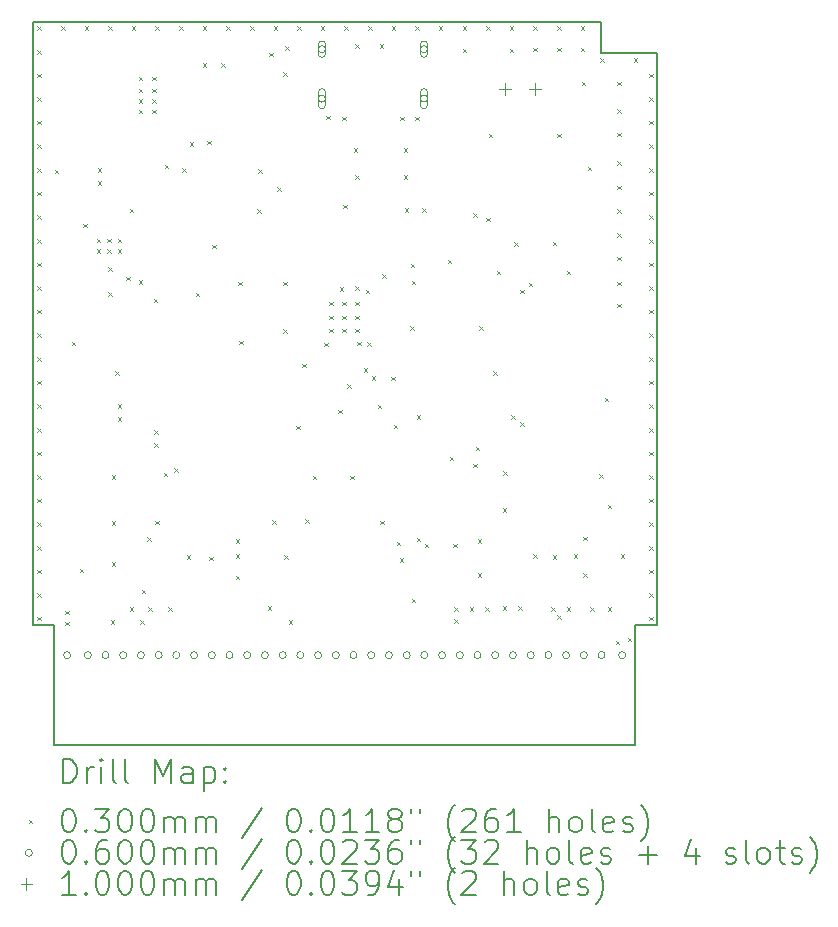
<source format=gbr>
%TF.GenerationSoftware,KiCad,Pcbnew,7.0.11*%
%TF.CreationDate,2024-02-24T15:32:22+03:00*%
%TF.ProjectId,GameboyCartridgeV1.1,47616d65-626f-4794-9361-727472696467,rev?*%
%TF.SameCoordinates,Original*%
%TF.FileFunction,Drillmap*%
%TF.FilePolarity,Positive*%
%FSLAX45Y45*%
G04 Gerber Fmt 4.5, Leading zero omitted, Abs format (unit mm)*
G04 Created by KiCad (PCBNEW 7.0.11) date 2024-02-24 15:32:22*
%MOMM*%
%LPD*%
G01*
G04 APERTURE LIST*
%ADD10C,0.150000*%
%ADD11C,0.200000*%
%ADD12C,0.100000*%
G04 APERTURE END LIST*
D10*
X13637000Y-10670000D02*
X13820000Y-10670000D01*
X8540000Y-10670000D02*
X8540000Y-5570967D01*
X8717000Y-10670000D02*
X8540000Y-10670000D01*
X8540000Y-5570967D02*
X13347000Y-5570967D01*
X13820000Y-10670000D02*
X13820000Y-5830967D01*
X13637000Y-11690000D02*
X13637000Y-10670000D01*
X8717000Y-11690000D02*
X13637000Y-11690000D01*
X8717000Y-11690000D02*
X8717000Y-10670000D01*
X13820000Y-5830967D02*
X13347000Y-5830967D01*
X13347000Y-5570967D02*
X13347000Y-5830967D01*
D11*
D12*
X8575000Y-5605000D02*
X8605000Y-5635000D01*
X8605000Y-5605000D02*
X8575000Y-5635000D01*
X8575000Y-5805000D02*
X8605000Y-5835000D01*
X8605000Y-5805000D02*
X8575000Y-5835000D01*
X8575000Y-6005000D02*
X8605000Y-6035000D01*
X8605000Y-6005000D02*
X8575000Y-6035000D01*
X8575000Y-6205000D02*
X8605000Y-6235000D01*
X8605000Y-6205000D02*
X8575000Y-6235000D01*
X8575000Y-6405000D02*
X8605000Y-6435000D01*
X8605000Y-6405000D02*
X8575000Y-6435000D01*
X8575000Y-6605000D02*
X8605000Y-6635000D01*
X8605000Y-6605000D02*
X8575000Y-6635000D01*
X8575000Y-6805000D02*
X8605000Y-6835000D01*
X8605000Y-6805000D02*
X8575000Y-6835000D01*
X8575000Y-7005000D02*
X8605000Y-7035000D01*
X8605000Y-7005000D02*
X8575000Y-7035000D01*
X8575000Y-7205000D02*
X8605000Y-7235000D01*
X8605000Y-7205000D02*
X8575000Y-7235000D01*
X8575000Y-7405000D02*
X8605000Y-7435000D01*
X8605000Y-7405000D02*
X8575000Y-7435000D01*
X8575000Y-7605000D02*
X8605000Y-7635000D01*
X8605000Y-7605000D02*
X8575000Y-7635000D01*
X8575000Y-7805000D02*
X8605000Y-7835000D01*
X8605000Y-7805000D02*
X8575000Y-7835000D01*
X8575000Y-8005000D02*
X8605000Y-8035000D01*
X8605000Y-8005000D02*
X8575000Y-8035000D01*
X8575000Y-8205000D02*
X8605000Y-8235000D01*
X8605000Y-8205000D02*
X8575000Y-8235000D01*
X8575000Y-8405000D02*
X8605000Y-8435000D01*
X8605000Y-8405000D02*
X8575000Y-8435000D01*
X8575000Y-8605000D02*
X8605000Y-8635000D01*
X8605000Y-8605000D02*
X8575000Y-8635000D01*
X8575000Y-8805000D02*
X8605000Y-8835000D01*
X8605000Y-8805000D02*
X8575000Y-8835000D01*
X8575000Y-9005000D02*
X8605000Y-9035000D01*
X8605000Y-9005000D02*
X8575000Y-9035000D01*
X8575000Y-9205000D02*
X8605000Y-9235000D01*
X8605000Y-9205000D02*
X8575000Y-9235000D01*
X8575000Y-9405000D02*
X8605000Y-9435000D01*
X8605000Y-9405000D02*
X8575000Y-9435000D01*
X8575000Y-9605000D02*
X8605000Y-9635000D01*
X8605000Y-9605000D02*
X8575000Y-9635000D01*
X8575000Y-9805000D02*
X8605000Y-9835000D01*
X8605000Y-9805000D02*
X8575000Y-9835000D01*
X8575000Y-10005000D02*
X8605000Y-10035000D01*
X8605000Y-10005000D02*
X8575000Y-10035000D01*
X8575000Y-10205000D02*
X8605000Y-10235000D01*
X8605000Y-10205000D02*
X8575000Y-10235000D01*
X8575000Y-10405000D02*
X8605000Y-10435000D01*
X8605000Y-10405000D02*
X8575000Y-10435000D01*
X8575000Y-10605000D02*
X8605000Y-10635000D01*
X8605000Y-10605000D02*
X8575000Y-10635000D01*
X8722600Y-6817600D02*
X8752600Y-6847600D01*
X8752600Y-6817600D02*
X8722600Y-6847600D01*
X8775000Y-5605000D02*
X8805000Y-5635000D01*
X8805000Y-5605000D02*
X8775000Y-5635000D01*
X8811511Y-10644480D02*
X8841511Y-10674480D01*
X8841511Y-10644480D02*
X8811511Y-10674480D01*
X8812253Y-10551338D02*
X8842253Y-10581338D01*
X8842253Y-10551338D02*
X8812253Y-10581338D01*
X8865000Y-8275000D02*
X8895000Y-8305000D01*
X8895000Y-8275000D02*
X8865000Y-8305000D01*
X8935000Y-10195000D02*
X8965000Y-10225000D01*
X8965000Y-10195000D02*
X8935000Y-10225000D01*
X8963900Y-7274800D02*
X8993900Y-7304800D01*
X8993900Y-7274800D02*
X8963900Y-7304800D01*
X8975000Y-5605000D02*
X9005000Y-5635000D01*
X9005000Y-5605000D02*
X8975000Y-5635000D01*
X9078200Y-7401800D02*
X9108200Y-7431800D01*
X9108200Y-7401800D02*
X9078200Y-7431800D01*
X9078200Y-7490700D02*
X9108200Y-7520700D01*
X9108200Y-7490700D02*
X9078200Y-7520700D01*
X9085000Y-6805000D02*
X9115000Y-6835000D01*
X9115000Y-6805000D02*
X9085000Y-6835000D01*
X9085000Y-6915000D02*
X9115000Y-6945000D01*
X9115000Y-6915000D02*
X9085000Y-6945000D01*
X9167100Y-7401800D02*
X9197100Y-7431800D01*
X9197100Y-7401800D02*
X9167100Y-7431800D01*
X9167100Y-7490700D02*
X9197100Y-7520700D01*
X9197100Y-7490700D02*
X9167100Y-7520700D01*
X9175000Y-5605000D02*
X9205000Y-5635000D01*
X9205000Y-5605000D02*
X9175000Y-5635000D01*
X9175000Y-7645000D02*
X9205000Y-7675000D01*
X9205000Y-7645000D02*
X9175000Y-7675000D01*
X9175000Y-7855000D02*
X9205000Y-7885000D01*
X9205000Y-7855000D02*
X9175000Y-7885000D01*
X9195000Y-10635000D02*
X9225000Y-10665000D01*
X9225000Y-10635000D02*
X9195000Y-10665000D01*
X9205000Y-9405000D02*
X9235000Y-9435000D01*
X9235000Y-9405000D02*
X9205000Y-9435000D01*
X9205000Y-9795000D02*
X9235000Y-9825000D01*
X9235000Y-9795000D02*
X9205000Y-9825000D01*
X9205000Y-10140000D02*
X9235000Y-10170000D01*
X9235000Y-10140000D02*
X9205000Y-10170000D01*
X9235000Y-8525000D02*
X9265000Y-8555000D01*
X9265000Y-8525000D02*
X9235000Y-8555000D01*
X9255000Y-8805000D02*
X9285000Y-8835000D01*
X9285000Y-8805000D02*
X9255000Y-8835000D01*
X9255000Y-8915000D02*
X9285000Y-8945000D01*
X9285000Y-8915000D02*
X9255000Y-8945000D01*
X9256000Y-7401800D02*
X9286000Y-7431800D01*
X9286000Y-7401800D02*
X9256000Y-7431800D01*
X9256000Y-7490700D02*
X9286000Y-7520700D01*
X9286000Y-7490700D02*
X9256000Y-7520700D01*
X9325000Y-7725000D02*
X9355000Y-7755000D01*
X9355000Y-7725000D02*
X9325000Y-7755000D01*
X9355000Y-10525000D02*
X9385000Y-10555000D01*
X9385000Y-10525000D02*
X9355000Y-10555000D01*
X9357600Y-7147800D02*
X9387600Y-7177800D01*
X9387600Y-7147800D02*
X9357600Y-7177800D01*
X9375000Y-5605000D02*
X9405000Y-5635000D01*
X9405000Y-5605000D02*
X9375000Y-5635000D01*
X9433800Y-6030200D02*
X9463800Y-6060200D01*
X9463800Y-6030200D02*
X9433800Y-6060200D01*
X9433800Y-6131800D02*
X9463800Y-6161800D01*
X9463800Y-6131800D02*
X9433800Y-6161800D01*
X9433800Y-6220700D02*
X9463800Y-6250700D01*
X9463800Y-6220700D02*
X9433800Y-6250700D01*
X9433800Y-6309600D02*
X9463800Y-6339600D01*
X9463800Y-6309600D02*
X9433800Y-6339600D01*
X9435000Y-7755000D02*
X9465000Y-7785000D01*
X9465000Y-7755000D02*
X9435000Y-7785000D01*
X9445000Y-10635000D02*
X9475000Y-10665000D01*
X9475000Y-10635000D02*
X9445000Y-10665000D01*
X9459200Y-10373600D02*
X9489200Y-10403600D01*
X9489200Y-10373600D02*
X9459200Y-10403600D01*
X9505000Y-9930000D02*
X9535000Y-9960000D01*
X9535000Y-9930000D02*
X9505000Y-9960000D01*
X9515000Y-10525000D02*
X9545000Y-10555000D01*
X9545000Y-10525000D02*
X9515000Y-10555000D01*
X9548100Y-6030200D02*
X9578100Y-6060200D01*
X9578100Y-6030200D02*
X9548100Y-6060200D01*
X9548100Y-6131800D02*
X9578100Y-6161800D01*
X9578100Y-6131800D02*
X9548100Y-6161800D01*
X9548100Y-6220700D02*
X9578100Y-6250700D01*
X9578100Y-6220700D02*
X9548100Y-6250700D01*
X9548100Y-6309600D02*
X9578100Y-6339600D01*
X9578100Y-6309600D02*
X9548100Y-6339600D01*
X9560800Y-7909800D02*
X9590800Y-7939800D01*
X9590800Y-7909800D02*
X9560800Y-7939800D01*
X9565000Y-9025000D02*
X9595000Y-9055000D01*
X9595000Y-9025000D02*
X9565000Y-9055000D01*
X9565000Y-9135000D02*
X9595000Y-9165000D01*
X9595000Y-9135000D02*
X9565000Y-9165000D01*
X9573500Y-9789400D02*
X9603500Y-9819400D01*
X9603500Y-9789400D02*
X9573500Y-9819400D01*
X9575000Y-5605000D02*
X9605000Y-5635000D01*
X9605000Y-5605000D02*
X9575000Y-5635000D01*
X9645000Y-9385000D02*
X9675000Y-9415000D01*
X9675000Y-9385000D02*
X9645000Y-9415000D01*
X9655000Y-6775000D02*
X9685000Y-6805000D01*
X9685000Y-6775000D02*
X9655000Y-6805000D01*
X9685000Y-10525000D02*
X9715000Y-10555000D01*
X9715000Y-10525000D02*
X9685000Y-10555000D01*
X9735000Y-9345000D02*
X9765000Y-9375000D01*
X9765000Y-9345000D02*
X9735000Y-9375000D01*
X9775000Y-5605000D02*
X9805000Y-5635000D01*
X9805000Y-5605000D02*
X9775000Y-5635000D01*
X9802100Y-6804900D02*
X9832100Y-6834900D01*
X9832100Y-6804900D02*
X9802100Y-6834900D01*
X9840200Y-10081500D02*
X9870200Y-10111500D01*
X9870200Y-10081500D02*
X9840200Y-10111500D01*
X9865000Y-6585000D02*
X9895000Y-6615000D01*
X9895000Y-6585000D02*
X9865000Y-6615000D01*
X9916400Y-7859000D02*
X9946400Y-7889000D01*
X9946400Y-7859000D02*
X9916400Y-7889000D01*
X9975000Y-5605000D02*
X10005000Y-5635000D01*
X10005000Y-5605000D02*
X9975000Y-5635000D01*
X9975000Y-5915000D02*
X10005000Y-5945000D01*
X10005000Y-5915000D02*
X9975000Y-5945000D01*
X10015000Y-6575000D02*
X10045000Y-6605000D01*
X10045000Y-6575000D02*
X10015000Y-6605000D01*
X10030700Y-10094200D02*
X10060700Y-10124200D01*
X10060700Y-10094200D02*
X10030700Y-10124200D01*
X10055000Y-7455000D02*
X10085000Y-7485000D01*
X10085000Y-7455000D02*
X10055000Y-7485000D01*
X10132300Y-5915900D02*
X10162300Y-5945900D01*
X10162300Y-5915900D02*
X10132300Y-5945900D01*
X10175000Y-5605000D02*
X10205000Y-5635000D01*
X10205000Y-5605000D02*
X10175000Y-5635000D01*
X10255000Y-9945000D02*
X10285000Y-9975000D01*
X10285000Y-9945000D02*
X10255000Y-9975000D01*
X10255000Y-10075000D02*
X10285000Y-10105000D01*
X10285000Y-10075000D02*
X10255000Y-10105000D01*
X10255000Y-10255000D02*
X10285000Y-10285000D01*
X10285000Y-10255000D02*
X10255000Y-10285000D01*
X10275000Y-7765000D02*
X10305000Y-7795000D01*
X10305000Y-7765000D02*
X10275000Y-7795000D01*
X10285000Y-8265000D02*
X10315000Y-8295000D01*
X10315000Y-8265000D02*
X10285000Y-8295000D01*
X10375000Y-5605000D02*
X10405000Y-5635000D01*
X10405000Y-5605000D02*
X10375000Y-5635000D01*
X10435000Y-7155000D02*
X10465000Y-7185000D01*
X10465000Y-7155000D02*
X10435000Y-7185000D01*
X10445000Y-6815000D02*
X10475000Y-6845000D01*
X10475000Y-6815000D02*
X10445000Y-6845000D01*
X10525000Y-10515000D02*
X10555000Y-10545000D01*
X10555000Y-10515000D02*
X10525000Y-10545000D01*
X10538700Y-5827000D02*
X10568700Y-5857000D01*
X10568700Y-5827000D02*
X10538700Y-5857000D01*
X10565000Y-9785000D02*
X10595000Y-9815000D01*
X10595000Y-9785000D02*
X10565000Y-9815000D01*
X10575000Y-5605000D02*
X10605000Y-5635000D01*
X10605000Y-5605000D02*
X10575000Y-5635000D01*
X10605000Y-6965000D02*
X10635000Y-6995000D01*
X10635000Y-6965000D02*
X10605000Y-6995000D01*
X10655000Y-5995000D02*
X10685000Y-6025000D01*
X10685000Y-5995000D02*
X10655000Y-6025000D01*
X10655000Y-7765000D02*
X10685000Y-7795000D01*
X10685000Y-7765000D02*
X10655000Y-7795000D01*
X10655085Y-8169465D02*
X10685085Y-8199465D01*
X10685085Y-8169465D02*
X10655085Y-8199465D01*
X10665700Y-10081500D02*
X10695700Y-10111500D01*
X10695700Y-10081500D02*
X10665700Y-10111500D01*
X10675000Y-5775000D02*
X10705000Y-5805000D01*
X10705000Y-5775000D02*
X10675000Y-5805000D01*
X10705000Y-10635000D02*
X10735000Y-10665000D01*
X10735000Y-10635000D02*
X10705000Y-10665000D01*
X10765000Y-8985000D02*
X10795000Y-9015000D01*
X10795000Y-8985000D02*
X10765000Y-9015000D01*
X10775000Y-5605000D02*
X10805000Y-5635000D01*
X10805000Y-5605000D02*
X10775000Y-5635000D01*
X10815560Y-8460980D02*
X10845560Y-8490980D01*
X10845560Y-8460980D02*
X10815560Y-8490980D01*
X10843500Y-9776700D02*
X10873500Y-9806700D01*
X10873500Y-9776700D02*
X10843500Y-9806700D01*
X10907000Y-9408400D02*
X10937000Y-9438400D01*
X10937000Y-9408400D02*
X10907000Y-9438400D01*
X10975000Y-5605000D02*
X11005000Y-5635000D01*
X11005000Y-5605000D02*
X10975000Y-5635000D01*
X11005000Y-8285000D02*
X11035000Y-8315000D01*
X11035000Y-8285000D02*
X11005000Y-8315000D01*
X11021300Y-6360400D02*
X11051300Y-6390400D01*
X11051300Y-6360400D02*
X11021300Y-6390400D01*
X11045000Y-7935000D02*
X11075000Y-7965000D01*
X11075000Y-7935000D02*
X11045000Y-7965000D01*
X11045000Y-8055000D02*
X11075000Y-8085000D01*
X11075000Y-8055000D02*
X11045000Y-8085000D01*
X11045000Y-8165000D02*
X11075000Y-8195000D01*
X11075000Y-8165000D02*
X11045000Y-8195000D01*
X11120000Y-8850000D02*
X11150000Y-8880000D01*
X11150000Y-8850000D02*
X11120000Y-8880000D01*
X11135000Y-7815000D02*
X11165000Y-7845000D01*
X11165000Y-7815000D02*
X11135000Y-7845000D01*
X11155000Y-7935000D02*
X11185000Y-7965000D01*
X11185000Y-7935000D02*
X11155000Y-7965000D01*
X11155000Y-8055000D02*
X11185000Y-8085000D01*
X11185000Y-8055000D02*
X11155000Y-8085000D01*
X11155000Y-8165000D02*
X11185000Y-8195000D01*
X11185000Y-8165000D02*
X11155000Y-8195000D01*
X11155547Y-6371448D02*
X11185547Y-6401448D01*
X11185547Y-6371448D02*
X11155547Y-6401448D01*
X11165000Y-7115000D02*
X11195000Y-7145000D01*
X11195000Y-7115000D02*
X11165000Y-7145000D01*
X11175000Y-5605000D02*
X11205000Y-5635000D01*
X11205000Y-5605000D02*
X11175000Y-5635000D01*
X11199100Y-8633700D02*
X11229100Y-8663700D01*
X11229100Y-8633700D02*
X11199100Y-8663700D01*
X11225000Y-9410000D02*
X11255000Y-9440000D01*
X11255000Y-9410000D02*
X11225000Y-9440000D01*
X11255000Y-6635000D02*
X11285000Y-6665000D01*
X11285000Y-6635000D02*
X11255000Y-6665000D01*
X11265000Y-5755000D02*
X11295000Y-5785000D01*
X11295000Y-5755000D02*
X11265000Y-5785000D01*
X11265000Y-6865000D02*
X11295000Y-6895000D01*
X11295000Y-6865000D02*
X11265000Y-6895000D01*
X11265000Y-7805000D02*
X11295000Y-7835000D01*
X11295000Y-7805000D02*
X11265000Y-7835000D01*
X11265000Y-7935000D02*
X11295000Y-7965000D01*
X11295000Y-7935000D02*
X11265000Y-7965000D01*
X11265000Y-8055000D02*
X11295000Y-8085000D01*
X11295000Y-8055000D02*
X11265000Y-8085000D01*
X11265000Y-8165000D02*
X11295000Y-8195000D01*
X11295000Y-8165000D02*
X11265000Y-8195000D01*
X11285000Y-8275000D02*
X11315000Y-8305000D01*
X11315000Y-8275000D02*
X11285000Y-8305000D01*
X11339347Y-8500697D02*
X11369347Y-8530697D01*
X11369347Y-8500697D02*
X11339347Y-8530697D01*
X11355000Y-7835000D02*
X11385000Y-7865000D01*
X11385000Y-7835000D02*
X11355000Y-7865000D01*
X11370000Y-8280000D02*
X11400000Y-8310000D01*
X11400000Y-8280000D02*
X11370000Y-8310000D01*
X11375000Y-5605000D02*
X11405000Y-5635000D01*
X11405000Y-5605000D02*
X11375000Y-5635000D01*
X11405000Y-8565050D02*
X11435000Y-8595050D01*
X11435000Y-8565050D02*
X11405000Y-8595050D01*
X11455640Y-8808960D02*
X11485640Y-8838960D01*
X11485640Y-8808960D02*
X11455640Y-8838960D01*
X11475000Y-5755000D02*
X11505000Y-5785000D01*
X11505000Y-5755000D02*
X11475000Y-5785000D01*
X11478500Y-9789400D02*
X11508500Y-9819400D01*
X11508500Y-9789400D02*
X11478500Y-9819400D01*
X11495000Y-7705000D02*
X11525000Y-7735000D01*
X11525000Y-7705000D02*
X11495000Y-7735000D01*
X11569940Y-8570200D02*
X11599940Y-8600200D01*
X11599940Y-8570200D02*
X11569940Y-8600200D01*
X11575000Y-5605000D02*
X11605000Y-5635000D01*
X11605000Y-5605000D02*
X11575000Y-5635000D01*
X11592800Y-8976600D02*
X11622800Y-9006600D01*
X11622800Y-8976600D02*
X11592800Y-9006600D01*
X11618200Y-9967200D02*
X11648200Y-9997200D01*
X11648200Y-9967200D02*
X11618200Y-9997200D01*
X11643600Y-10106900D02*
X11673600Y-10136900D01*
X11673600Y-10106900D02*
X11643600Y-10136900D01*
X11645547Y-6371448D02*
X11675547Y-6401448D01*
X11675547Y-6371448D02*
X11645547Y-6401448D01*
X11675000Y-6635000D02*
X11705000Y-6665000D01*
X11705000Y-6635000D02*
X11675000Y-6665000D01*
X11675000Y-6865000D02*
X11705000Y-6895000D01*
X11705000Y-6865000D02*
X11675000Y-6895000D01*
X11685000Y-7145000D02*
X11715000Y-7175000D01*
X11715000Y-7145000D02*
X11685000Y-7175000D01*
X11731000Y-8145000D02*
X11761000Y-8175000D01*
X11761000Y-8145000D02*
X11731000Y-8175000D01*
X11735000Y-7615000D02*
X11765000Y-7645000D01*
X11765000Y-7615000D02*
X11735000Y-7645000D01*
X11745200Y-7757400D02*
X11775200Y-7787400D01*
X11775200Y-7757400D02*
X11745200Y-7787400D01*
X11745200Y-10449800D02*
X11775200Y-10479800D01*
X11775200Y-10449800D02*
X11745200Y-10479800D01*
X11775000Y-5605000D02*
X11805000Y-5635000D01*
X11805000Y-5605000D02*
X11775000Y-5635000D01*
X11775547Y-6371448D02*
X11805547Y-6401448D01*
X11805547Y-6371448D02*
X11775547Y-6401448D01*
X11785000Y-8895000D02*
X11815000Y-8925000D01*
X11815000Y-8895000D02*
X11785000Y-8925000D01*
X11785000Y-9935000D02*
X11815000Y-9965000D01*
X11815000Y-9935000D02*
X11785000Y-9965000D01*
X11835000Y-7145000D02*
X11865000Y-7175000D01*
X11865000Y-7145000D02*
X11835000Y-7175000D01*
X11855000Y-9985000D02*
X11885000Y-10015000D01*
X11885000Y-9985000D02*
X11855000Y-10015000D01*
X11975000Y-5605000D02*
X12005000Y-5635000D01*
X12005000Y-5605000D02*
X11975000Y-5635000D01*
X12050000Y-7579600D02*
X12080000Y-7609600D01*
X12080000Y-7579600D02*
X12050000Y-7609600D01*
X12065000Y-9250000D02*
X12095000Y-9280000D01*
X12095000Y-9250000D02*
X12065000Y-9280000D01*
X12095000Y-9985000D02*
X12125000Y-10015000D01*
X12125000Y-9985000D02*
X12095000Y-10015000D01*
X12102450Y-10525000D02*
X12132450Y-10555000D01*
X12132450Y-10525000D02*
X12102450Y-10555000D01*
X12105000Y-10625000D02*
X12135000Y-10655000D01*
X12135000Y-10625000D02*
X12105000Y-10655000D01*
X12175000Y-5605000D02*
X12205000Y-5635000D01*
X12205000Y-5605000D02*
X12175000Y-5635000D01*
X12175000Y-5795000D02*
X12205000Y-5825000D01*
X12205000Y-5795000D02*
X12175000Y-5825000D01*
X12235000Y-10525000D02*
X12265000Y-10555000D01*
X12265000Y-10525000D02*
X12235000Y-10555000D01*
X12265000Y-7185900D02*
X12295000Y-7215900D01*
X12295000Y-7185900D02*
X12265000Y-7215900D01*
X12265900Y-9306800D02*
X12295900Y-9336800D01*
X12295900Y-9306800D02*
X12265900Y-9336800D01*
X12285000Y-9165000D02*
X12315000Y-9195000D01*
X12315000Y-9165000D02*
X12285000Y-9195000D01*
X12305000Y-9945000D02*
X12335000Y-9975000D01*
X12335000Y-9945000D02*
X12305000Y-9975000D01*
X12305000Y-10235000D02*
X12335000Y-10265000D01*
X12335000Y-10235000D02*
X12305000Y-10265000D01*
X12315000Y-8145000D02*
X12345000Y-8175000D01*
X12345000Y-8145000D02*
X12315000Y-8175000D01*
X12365000Y-10525000D02*
X12395000Y-10555000D01*
X12395000Y-10525000D02*
X12365000Y-10555000D01*
X12375000Y-5605000D02*
X12405000Y-5635000D01*
X12405000Y-5605000D02*
X12375000Y-5635000D01*
X12375000Y-7225000D02*
X12405000Y-7255000D01*
X12405000Y-7225000D02*
X12375000Y-7255000D01*
X12395000Y-6515000D02*
X12425000Y-6545000D01*
X12425000Y-6515000D02*
X12395000Y-6545000D01*
X12435000Y-8525000D02*
X12465000Y-8555000D01*
X12465000Y-8525000D02*
X12435000Y-8555000D01*
X12465000Y-7675000D02*
X12495000Y-7705000D01*
X12495000Y-7675000D02*
X12465000Y-7705000D01*
X12515000Y-9685000D02*
X12545000Y-9715000D01*
X12545000Y-9685000D02*
X12515000Y-9715000D01*
X12515000Y-10515000D02*
X12545000Y-10545000D01*
X12545000Y-10515000D02*
X12515000Y-10545000D01*
X12519900Y-9370300D02*
X12549900Y-9400300D01*
X12549900Y-9370300D02*
X12519900Y-9400300D01*
X12575000Y-5605000D02*
X12605000Y-5635000D01*
X12605000Y-5605000D02*
X12575000Y-5635000D01*
X12575000Y-5795000D02*
X12605000Y-5825000D01*
X12605000Y-5795000D02*
X12575000Y-5825000D01*
X12585000Y-8895000D02*
X12615000Y-8925000D01*
X12615000Y-8895000D02*
X12585000Y-8925000D01*
X12612584Y-7430644D02*
X12642584Y-7460644D01*
X12642584Y-7430644D02*
X12612584Y-7460644D01*
X12645000Y-10515000D02*
X12675000Y-10545000D01*
X12675000Y-10515000D02*
X12645000Y-10545000D01*
X12665000Y-7835000D02*
X12695000Y-7865000D01*
X12695000Y-7835000D02*
X12665000Y-7865000D01*
X12665000Y-8955000D02*
X12695000Y-8985000D01*
X12695000Y-8955000D02*
X12665000Y-8985000D01*
X12735000Y-7775000D02*
X12765000Y-7805000D01*
X12765000Y-7775000D02*
X12735000Y-7805000D01*
X12775000Y-5605000D02*
X12805000Y-5635000D01*
X12805000Y-5605000D02*
X12775000Y-5635000D01*
X12775000Y-5785000D02*
X12805000Y-5815000D01*
X12805000Y-5785000D02*
X12775000Y-5815000D01*
X12775000Y-10075000D02*
X12805000Y-10105000D01*
X12805000Y-10075000D02*
X12775000Y-10105000D01*
X12927450Y-10525000D02*
X12957450Y-10555000D01*
X12957450Y-10525000D02*
X12927450Y-10555000D01*
X12938226Y-7430079D02*
X12968226Y-7460079D01*
X12968226Y-7430079D02*
X12938226Y-7460079D01*
X12939000Y-10081500D02*
X12969000Y-10111500D01*
X12969000Y-10081500D02*
X12939000Y-10111500D01*
X12975000Y-5605000D02*
X13005000Y-5635000D01*
X13005000Y-5605000D02*
X12975000Y-5635000D01*
X12975000Y-5785000D02*
X13005000Y-5815000D01*
X13005000Y-5785000D02*
X12975000Y-5815000D01*
X12975000Y-6515000D02*
X13005000Y-6545000D01*
X13005000Y-6515000D02*
X12975000Y-6545000D01*
X12975461Y-10588930D02*
X13005461Y-10618930D01*
X13005461Y-10588930D02*
X12975461Y-10618930D01*
X13055000Y-7675000D02*
X13085000Y-7705000D01*
X13085000Y-7675000D02*
X13055000Y-7705000D01*
X13057450Y-10525000D02*
X13087450Y-10555000D01*
X13087450Y-10525000D02*
X13057450Y-10555000D01*
X13115000Y-10075000D02*
X13145000Y-10105000D01*
X13145000Y-10075000D02*
X13115000Y-10105000D01*
X13175000Y-5605000D02*
X13205000Y-5635000D01*
X13205000Y-5605000D02*
X13175000Y-5635000D01*
X13175000Y-5785000D02*
X13205000Y-5815000D01*
X13205000Y-5785000D02*
X13175000Y-5815000D01*
X13185000Y-6075000D02*
X13215000Y-6105000D01*
X13215000Y-6075000D02*
X13185000Y-6105000D01*
X13195000Y-9925000D02*
X13225000Y-9955000D01*
X13225000Y-9925000D02*
X13195000Y-9955000D01*
X13195000Y-10235000D02*
X13225000Y-10265000D01*
X13225000Y-10235000D02*
X13195000Y-10265000D01*
X13235000Y-6795000D02*
X13265000Y-6825000D01*
X13265000Y-6795000D02*
X13235000Y-6825000D01*
X13255000Y-10525000D02*
X13285000Y-10555000D01*
X13285000Y-10525000D02*
X13255000Y-10555000D01*
X13332700Y-9395700D02*
X13362700Y-9425700D01*
X13362700Y-9395700D02*
X13332700Y-9425700D01*
X13340000Y-5875000D02*
X13370000Y-5905000D01*
X13370000Y-5875000D02*
X13340000Y-5905000D01*
X13380302Y-8748057D02*
X13410302Y-8778057D01*
X13410302Y-8748057D02*
X13380302Y-8778057D01*
X13405000Y-9655000D02*
X13435000Y-9685000D01*
X13435000Y-9655000D02*
X13405000Y-9685000D01*
X13405000Y-10525000D02*
X13435000Y-10555000D01*
X13435000Y-10525000D02*
X13405000Y-10555000D01*
X13472400Y-10805400D02*
X13502400Y-10835400D01*
X13502400Y-10805400D02*
X13472400Y-10835400D01*
X13485000Y-6075000D02*
X13515000Y-6105000D01*
X13515000Y-6075000D02*
X13485000Y-6105000D01*
X13485000Y-6305000D02*
X13515000Y-6335000D01*
X13515000Y-6305000D02*
X13485000Y-6335000D01*
X13485000Y-6505000D02*
X13515000Y-6535000D01*
X13515000Y-6505000D02*
X13485000Y-6535000D01*
X13485000Y-6745000D02*
X13515000Y-6775000D01*
X13515000Y-6745000D02*
X13485000Y-6775000D01*
X13485000Y-6955000D02*
X13515000Y-6985000D01*
X13515000Y-6955000D02*
X13485000Y-6985000D01*
X13485000Y-7155000D02*
X13515000Y-7185000D01*
X13515000Y-7155000D02*
X13485000Y-7185000D01*
X13485000Y-7355000D02*
X13515000Y-7385000D01*
X13515000Y-7355000D02*
X13485000Y-7385000D01*
X13485000Y-7555000D02*
X13515000Y-7585000D01*
X13515000Y-7555000D02*
X13485000Y-7585000D01*
X13485000Y-7765000D02*
X13515000Y-7795000D01*
X13515000Y-7765000D02*
X13485000Y-7795000D01*
X13485000Y-7955000D02*
X13515000Y-7985000D01*
X13515000Y-7955000D02*
X13485000Y-7985000D01*
X13515000Y-10075000D02*
X13545000Y-10105000D01*
X13545000Y-10075000D02*
X13515000Y-10105000D01*
X13574000Y-10780000D02*
X13604000Y-10810000D01*
X13604000Y-10780000D02*
X13574000Y-10810000D01*
X13625000Y-5875000D02*
X13655000Y-5905000D01*
X13655000Y-5875000D02*
X13625000Y-5905000D01*
X13755000Y-6005000D02*
X13785000Y-6035000D01*
X13785000Y-6005000D02*
X13755000Y-6035000D01*
X13755000Y-6205000D02*
X13785000Y-6235000D01*
X13785000Y-6205000D02*
X13755000Y-6235000D01*
X13755000Y-6405000D02*
X13785000Y-6435000D01*
X13785000Y-6405000D02*
X13755000Y-6435000D01*
X13755000Y-6605000D02*
X13785000Y-6635000D01*
X13785000Y-6605000D02*
X13755000Y-6635000D01*
X13755000Y-6805000D02*
X13785000Y-6835000D01*
X13785000Y-6805000D02*
X13755000Y-6835000D01*
X13755000Y-7005000D02*
X13785000Y-7035000D01*
X13785000Y-7005000D02*
X13755000Y-7035000D01*
X13755000Y-7205000D02*
X13785000Y-7235000D01*
X13785000Y-7205000D02*
X13755000Y-7235000D01*
X13755000Y-7405000D02*
X13785000Y-7435000D01*
X13785000Y-7405000D02*
X13755000Y-7435000D01*
X13755000Y-7605000D02*
X13785000Y-7635000D01*
X13785000Y-7605000D02*
X13755000Y-7635000D01*
X13755000Y-7805000D02*
X13785000Y-7835000D01*
X13785000Y-7805000D02*
X13755000Y-7835000D01*
X13755000Y-8005000D02*
X13785000Y-8035000D01*
X13785000Y-8005000D02*
X13755000Y-8035000D01*
X13755000Y-8205000D02*
X13785000Y-8235000D01*
X13785000Y-8205000D02*
X13755000Y-8235000D01*
X13755000Y-8405000D02*
X13785000Y-8435000D01*
X13785000Y-8405000D02*
X13755000Y-8435000D01*
X13755000Y-8605000D02*
X13785000Y-8635000D01*
X13785000Y-8605000D02*
X13755000Y-8635000D01*
X13755000Y-8805000D02*
X13785000Y-8835000D01*
X13785000Y-8805000D02*
X13755000Y-8835000D01*
X13755000Y-9005000D02*
X13785000Y-9035000D01*
X13785000Y-9005000D02*
X13755000Y-9035000D01*
X13755000Y-9205000D02*
X13785000Y-9235000D01*
X13785000Y-9205000D02*
X13755000Y-9235000D01*
X13755000Y-9405000D02*
X13785000Y-9435000D01*
X13785000Y-9405000D02*
X13755000Y-9435000D01*
X13755000Y-9605000D02*
X13785000Y-9635000D01*
X13785000Y-9605000D02*
X13755000Y-9635000D01*
X13755000Y-9805000D02*
X13785000Y-9835000D01*
X13785000Y-9805000D02*
X13755000Y-9835000D01*
X13755000Y-10005000D02*
X13785000Y-10035000D01*
X13785000Y-10005000D02*
X13755000Y-10035000D01*
X13755000Y-10205000D02*
X13785000Y-10235000D01*
X13785000Y-10205000D02*
X13755000Y-10235000D01*
X13755000Y-10405000D02*
X13785000Y-10435000D01*
X13785000Y-10405000D02*
X13755000Y-10435000D01*
X13755000Y-10605000D02*
X13785000Y-10635000D01*
X13785000Y-10605000D02*
X13755000Y-10635000D01*
X8856696Y-10928372D02*
G75*
G03*
X8796696Y-10928372I-30000J0D01*
G01*
X8796696Y-10928372D02*
G75*
G03*
X8856696Y-10928372I30000J0D01*
G01*
X9031696Y-10928372D02*
G75*
G03*
X8971696Y-10928372I-30000J0D01*
G01*
X8971696Y-10928372D02*
G75*
G03*
X9031696Y-10928372I30000J0D01*
G01*
X9181696Y-10928372D02*
G75*
G03*
X9121696Y-10928372I-30000J0D01*
G01*
X9121696Y-10928372D02*
G75*
G03*
X9181696Y-10928372I30000J0D01*
G01*
X9331696Y-10928372D02*
G75*
G03*
X9271696Y-10928372I-30000J0D01*
G01*
X9271696Y-10928372D02*
G75*
G03*
X9331696Y-10928372I30000J0D01*
G01*
X9481696Y-10928372D02*
G75*
G03*
X9421696Y-10928372I-30000J0D01*
G01*
X9421696Y-10928372D02*
G75*
G03*
X9481696Y-10928372I30000J0D01*
G01*
X9631696Y-10928372D02*
G75*
G03*
X9571696Y-10928372I-30000J0D01*
G01*
X9571696Y-10928372D02*
G75*
G03*
X9631696Y-10928372I30000J0D01*
G01*
X9781696Y-10928372D02*
G75*
G03*
X9721696Y-10928372I-30000J0D01*
G01*
X9721696Y-10928372D02*
G75*
G03*
X9781696Y-10928372I30000J0D01*
G01*
X9931696Y-10928372D02*
G75*
G03*
X9871696Y-10928372I-30000J0D01*
G01*
X9871696Y-10928372D02*
G75*
G03*
X9931696Y-10928372I30000J0D01*
G01*
X10081696Y-10928372D02*
G75*
G03*
X10021696Y-10928372I-30000J0D01*
G01*
X10021696Y-10928372D02*
G75*
G03*
X10081696Y-10928372I30000J0D01*
G01*
X10231696Y-10928372D02*
G75*
G03*
X10171696Y-10928372I-30000J0D01*
G01*
X10171696Y-10928372D02*
G75*
G03*
X10231696Y-10928372I30000J0D01*
G01*
X10381696Y-10928372D02*
G75*
G03*
X10321696Y-10928372I-30000J0D01*
G01*
X10321696Y-10928372D02*
G75*
G03*
X10381696Y-10928372I30000J0D01*
G01*
X10531696Y-10928372D02*
G75*
G03*
X10471696Y-10928372I-30000J0D01*
G01*
X10471696Y-10928372D02*
G75*
G03*
X10531696Y-10928372I30000J0D01*
G01*
X10681696Y-10928372D02*
G75*
G03*
X10621696Y-10928372I-30000J0D01*
G01*
X10621696Y-10928372D02*
G75*
G03*
X10681696Y-10928372I30000J0D01*
G01*
X10831696Y-10928372D02*
G75*
G03*
X10771696Y-10928372I-30000J0D01*
G01*
X10771696Y-10928372D02*
G75*
G03*
X10831696Y-10928372I30000J0D01*
G01*
X10981696Y-10928372D02*
G75*
G03*
X10921696Y-10928372I-30000J0D01*
G01*
X10921696Y-10928372D02*
G75*
G03*
X10981696Y-10928372I30000J0D01*
G01*
X11014000Y-5798500D02*
G75*
G03*
X10954000Y-5798500I-30000J0D01*
G01*
X10954000Y-5798500D02*
G75*
G03*
X11014000Y-5798500I30000J0D01*
G01*
X11014000Y-5838500D02*
X11014000Y-5758500D01*
X11014000Y-5758500D02*
G75*
G03*
X10954000Y-5758500I-30000J0D01*
G01*
X10954000Y-5758500D02*
X10954000Y-5838500D01*
X10954000Y-5838500D02*
G75*
G03*
X11014000Y-5838500I30000J0D01*
G01*
X11014000Y-6216500D02*
G75*
G03*
X10954000Y-6216500I-30000J0D01*
G01*
X10954000Y-6216500D02*
G75*
G03*
X11014000Y-6216500I30000J0D01*
G01*
X11014000Y-6271500D02*
X11014000Y-6161500D01*
X11014000Y-6161500D02*
G75*
G03*
X10954000Y-6161500I-30000J0D01*
G01*
X10954000Y-6161500D02*
X10954000Y-6271500D01*
X10954000Y-6271500D02*
G75*
G03*
X11014000Y-6271500I30000J0D01*
G01*
X11131696Y-10928372D02*
G75*
G03*
X11071696Y-10928372I-30000J0D01*
G01*
X11071696Y-10928372D02*
G75*
G03*
X11131696Y-10928372I30000J0D01*
G01*
X11281696Y-10928372D02*
G75*
G03*
X11221696Y-10928372I-30000J0D01*
G01*
X11221696Y-10928372D02*
G75*
G03*
X11281696Y-10928372I30000J0D01*
G01*
X11431696Y-10928372D02*
G75*
G03*
X11371696Y-10928372I-30000J0D01*
G01*
X11371696Y-10928372D02*
G75*
G03*
X11431696Y-10928372I30000J0D01*
G01*
X11581696Y-10928372D02*
G75*
G03*
X11521696Y-10928372I-30000J0D01*
G01*
X11521696Y-10928372D02*
G75*
G03*
X11581696Y-10928372I30000J0D01*
G01*
X11731696Y-10928372D02*
G75*
G03*
X11671696Y-10928372I-30000J0D01*
G01*
X11671696Y-10928372D02*
G75*
G03*
X11731696Y-10928372I30000J0D01*
G01*
X11878000Y-5798500D02*
G75*
G03*
X11818000Y-5798500I-30000J0D01*
G01*
X11818000Y-5798500D02*
G75*
G03*
X11878000Y-5798500I30000J0D01*
G01*
X11878000Y-5838500D02*
X11878000Y-5758500D01*
X11878000Y-5758500D02*
G75*
G03*
X11818000Y-5758500I-30000J0D01*
G01*
X11818000Y-5758500D02*
X11818000Y-5838500D01*
X11818000Y-5838500D02*
G75*
G03*
X11878000Y-5838500I30000J0D01*
G01*
X11878000Y-6216500D02*
G75*
G03*
X11818000Y-6216500I-30000J0D01*
G01*
X11818000Y-6216500D02*
G75*
G03*
X11878000Y-6216500I30000J0D01*
G01*
X11878000Y-6271500D02*
X11878000Y-6161500D01*
X11878000Y-6161500D02*
G75*
G03*
X11818000Y-6161500I-30000J0D01*
G01*
X11818000Y-6161500D02*
X11818000Y-6271500D01*
X11818000Y-6271500D02*
G75*
G03*
X11878000Y-6271500I30000J0D01*
G01*
X11881696Y-10928372D02*
G75*
G03*
X11821696Y-10928372I-30000J0D01*
G01*
X11821696Y-10928372D02*
G75*
G03*
X11881696Y-10928372I30000J0D01*
G01*
X12031696Y-10928372D02*
G75*
G03*
X11971696Y-10928372I-30000J0D01*
G01*
X11971696Y-10928372D02*
G75*
G03*
X12031696Y-10928372I30000J0D01*
G01*
X12181696Y-10928372D02*
G75*
G03*
X12121696Y-10928372I-30000J0D01*
G01*
X12121696Y-10928372D02*
G75*
G03*
X12181696Y-10928372I30000J0D01*
G01*
X12331696Y-10928372D02*
G75*
G03*
X12271696Y-10928372I-30000J0D01*
G01*
X12271696Y-10928372D02*
G75*
G03*
X12331696Y-10928372I30000J0D01*
G01*
X12481696Y-10928372D02*
G75*
G03*
X12421696Y-10928372I-30000J0D01*
G01*
X12421696Y-10928372D02*
G75*
G03*
X12481696Y-10928372I30000J0D01*
G01*
X12631696Y-10928372D02*
G75*
G03*
X12571696Y-10928372I-30000J0D01*
G01*
X12571696Y-10928372D02*
G75*
G03*
X12631696Y-10928372I30000J0D01*
G01*
X12781696Y-10928372D02*
G75*
G03*
X12721696Y-10928372I-30000J0D01*
G01*
X12721696Y-10928372D02*
G75*
G03*
X12781696Y-10928372I30000J0D01*
G01*
X12931696Y-10928372D02*
G75*
G03*
X12871696Y-10928372I-30000J0D01*
G01*
X12871696Y-10928372D02*
G75*
G03*
X12931696Y-10928372I30000J0D01*
G01*
X13081696Y-10928372D02*
G75*
G03*
X13021696Y-10928372I-30000J0D01*
G01*
X13021696Y-10928372D02*
G75*
G03*
X13081696Y-10928372I30000J0D01*
G01*
X13231696Y-10928372D02*
G75*
G03*
X13171696Y-10928372I-30000J0D01*
G01*
X13171696Y-10928372D02*
G75*
G03*
X13231696Y-10928372I30000J0D01*
G01*
X13381696Y-10928372D02*
G75*
G03*
X13321696Y-10928372I-30000J0D01*
G01*
X13321696Y-10928372D02*
G75*
G03*
X13381696Y-10928372I30000J0D01*
G01*
X13556696Y-10928372D02*
G75*
G03*
X13496696Y-10928372I-30000J0D01*
G01*
X13496696Y-10928372D02*
G75*
G03*
X13556696Y-10928372I30000J0D01*
G01*
X12534500Y-6087500D02*
X12534500Y-6187500D01*
X12484500Y-6137500D02*
X12584500Y-6137500D01*
X12788500Y-6087500D02*
X12788500Y-6187500D01*
X12738500Y-6137500D02*
X12838500Y-6137500D01*
D11*
X8793277Y-12008984D02*
X8793277Y-11808984D01*
X8793277Y-11808984D02*
X8840896Y-11808984D01*
X8840896Y-11808984D02*
X8869467Y-11818508D01*
X8869467Y-11818508D02*
X8888515Y-11837555D01*
X8888515Y-11837555D02*
X8898039Y-11856603D01*
X8898039Y-11856603D02*
X8907563Y-11894698D01*
X8907563Y-11894698D02*
X8907563Y-11923269D01*
X8907563Y-11923269D02*
X8898039Y-11961365D01*
X8898039Y-11961365D02*
X8888515Y-11980412D01*
X8888515Y-11980412D02*
X8869467Y-11999460D01*
X8869467Y-11999460D02*
X8840896Y-12008984D01*
X8840896Y-12008984D02*
X8793277Y-12008984D01*
X8993277Y-12008984D02*
X8993277Y-11875650D01*
X8993277Y-11913746D02*
X9002801Y-11894698D01*
X9002801Y-11894698D02*
X9012324Y-11885174D01*
X9012324Y-11885174D02*
X9031372Y-11875650D01*
X9031372Y-11875650D02*
X9050420Y-11875650D01*
X9117086Y-12008984D02*
X9117086Y-11875650D01*
X9117086Y-11808984D02*
X9107563Y-11818508D01*
X9107563Y-11818508D02*
X9117086Y-11828031D01*
X9117086Y-11828031D02*
X9126610Y-11818508D01*
X9126610Y-11818508D02*
X9117086Y-11808984D01*
X9117086Y-11808984D02*
X9117086Y-11828031D01*
X9240896Y-12008984D02*
X9221848Y-11999460D01*
X9221848Y-11999460D02*
X9212324Y-11980412D01*
X9212324Y-11980412D02*
X9212324Y-11808984D01*
X9345658Y-12008984D02*
X9326610Y-11999460D01*
X9326610Y-11999460D02*
X9317086Y-11980412D01*
X9317086Y-11980412D02*
X9317086Y-11808984D01*
X9574229Y-12008984D02*
X9574229Y-11808984D01*
X9574229Y-11808984D02*
X9640896Y-11951841D01*
X9640896Y-11951841D02*
X9707563Y-11808984D01*
X9707563Y-11808984D02*
X9707563Y-12008984D01*
X9888515Y-12008984D02*
X9888515Y-11904222D01*
X9888515Y-11904222D02*
X9878991Y-11885174D01*
X9878991Y-11885174D02*
X9859944Y-11875650D01*
X9859944Y-11875650D02*
X9821848Y-11875650D01*
X9821848Y-11875650D02*
X9802801Y-11885174D01*
X9888515Y-11999460D02*
X9869467Y-12008984D01*
X9869467Y-12008984D02*
X9821848Y-12008984D01*
X9821848Y-12008984D02*
X9802801Y-11999460D01*
X9802801Y-11999460D02*
X9793277Y-11980412D01*
X9793277Y-11980412D02*
X9793277Y-11961365D01*
X9793277Y-11961365D02*
X9802801Y-11942317D01*
X9802801Y-11942317D02*
X9821848Y-11932793D01*
X9821848Y-11932793D02*
X9869467Y-11932793D01*
X9869467Y-11932793D02*
X9888515Y-11923269D01*
X9983753Y-11875650D02*
X9983753Y-12075650D01*
X9983753Y-11885174D02*
X10002801Y-11875650D01*
X10002801Y-11875650D02*
X10040896Y-11875650D01*
X10040896Y-11875650D02*
X10059944Y-11885174D01*
X10059944Y-11885174D02*
X10069467Y-11894698D01*
X10069467Y-11894698D02*
X10078991Y-11913746D01*
X10078991Y-11913746D02*
X10078991Y-11970888D01*
X10078991Y-11970888D02*
X10069467Y-11989936D01*
X10069467Y-11989936D02*
X10059944Y-11999460D01*
X10059944Y-11999460D02*
X10040896Y-12008984D01*
X10040896Y-12008984D02*
X10002801Y-12008984D01*
X10002801Y-12008984D02*
X9983753Y-11999460D01*
X10164705Y-11989936D02*
X10174229Y-11999460D01*
X10174229Y-11999460D02*
X10164705Y-12008984D01*
X10164705Y-12008984D02*
X10155182Y-11999460D01*
X10155182Y-11999460D02*
X10164705Y-11989936D01*
X10164705Y-11989936D02*
X10164705Y-12008984D01*
X10164705Y-11885174D02*
X10174229Y-11894698D01*
X10174229Y-11894698D02*
X10164705Y-11904222D01*
X10164705Y-11904222D02*
X10155182Y-11894698D01*
X10155182Y-11894698D02*
X10164705Y-11885174D01*
X10164705Y-11885174D02*
X10164705Y-11904222D01*
D12*
X8502500Y-12322500D02*
X8532500Y-12352500D01*
X8532500Y-12322500D02*
X8502500Y-12352500D01*
D11*
X8831372Y-12228984D02*
X8850420Y-12228984D01*
X8850420Y-12228984D02*
X8869467Y-12238508D01*
X8869467Y-12238508D02*
X8878991Y-12248031D01*
X8878991Y-12248031D02*
X8888515Y-12267079D01*
X8888515Y-12267079D02*
X8898039Y-12305174D01*
X8898039Y-12305174D02*
X8898039Y-12352793D01*
X8898039Y-12352793D02*
X8888515Y-12390888D01*
X8888515Y-12390888D02*
X8878991Y-12409936D01*
X8878991Y-12409936D02*
X8869467Y-12419460D01*
X8869467Y-12419460D02*
X8850420Y-12428984D01*
X8850420Y-12428984D02*
X8831372Y-12428984D01*
X8831372Y-12428984D02*
X8812324Y-12419460D01*
X8812324Y-12419460D02*
X8802801Y-12409936D01*
X8802801Y-12409936D02*
X8793277Y-12390888D01*
X8793277Y-12390888D02*
X8783753Y-12352793D01*
X8783753Y-12352793D02*
X8783753Y-12305174D01*
X8783753Y-12305174D02*
X8793277Y-12267079D01*
X8793277Y-12267079D02*
X8802801Y-12248031D01*
X8802801Y-12248031D02*
X8812324Y-12238508D01*
X8812324Y-12238508D02*
X8831372Y-12228984D01*
X8983753Y-12409936D02*
X8993277Y-12419460D01*
X8993277Y-12419460D02*
X8983753Y-12428984D01*
X8983753Y-12428984D02*
X8974229Y-12419460D01*
X8974229Y-12419460D02*
X8983753Y-12409936D01*
X8983753Y-12409936D02*
X8983753Y-12428984D01*
X9059944Y-12228984D02*
X9183753Y-12228984D01*
X9183753Y-12228984D02*
X9117086Y-12305174D01*
X9117086Y-12305174D02*
X9145658Y-12305174D01*
X9145658Y-12305174D02*
X9164705Y-12314698D01*
X9164705Y-12314698D02*
X9174229Y-12324222D01*
X9174229Y-12324222D02*
X9183753Y-12343269D01*
X9183753Y-12343269D02*
X9183753Y-12390888D01*
X9183753Y-12390888D02*
X9174229Y-12409936D01*
X9174229Y-12409936D02*
X9164705Y-12419460D01*
X9164705Y-12419460D02*
X9145658Y-12428984D01*
X9145658Y-12428984D02*
X9088515Y-12428984D01*
X9088515Y-12428984D02*
X9069467Y-12419460D01*
X9069467Y-12419460D02*
X9059944Y-12409936D01*
X9307563Y-12228984D02*
X9326610Y-12228984D01*
X9326610Y-12228984D02*
X9345658Y-12238508D01*
X9345658Y-12238508D02*
X9355182Y-12248031D01*
X9355182Y-12248031D02*
X9364705Y-12267079D01*
X9364705Y-12267079D02*
X9374229Y-12305174D01*
X9374229Y-12305174D02*
X9374229Y-12352793D01*
X9374229Y-12352793D02*
X9364705Y-12390888D01*
X9364705Y-12390888D02*
X9355182Y-12409936D01*
X9355182Y-12409936D02*
X9345658Y-12419460D01*
X9345658Y-12419460D02*
X9326610Y-12428984D01*
X9326610Y-12428984D02*
X9307563Y-12428984D01*
X9307563Y-12428984D02*
X9288515Y-12419460D01*
X9288515Y-12419460D02*
X9278991Y-12409936D01*
X9278991Y-12409936D02*
X9269467Y-12390888D01*
X9269467Y-12390888D02*
X9259944Y-12352793D01*
X9259944Y-12352793D02*
X9259944Y-12305174D01*
X9259944Y-12305174D02*
X9269467Y-12267079D01*
X9269467Y-12267079D02*
X9278991Y-12248031D01*
X9278991Y-12248031D02*
X9288515Y-12238508D01*
X9288515Y-12238508D02*
X9307563Y-12228984D01*
X9498039Y-12228984D02*
X9517086Y-12228984D01*
X9517086Y-12228984D02*
X9536134Y-12238508D01*
X9536134Y-12238508D02*
X9545658Y-12248031D01*
X9545658Y-12248031D02*
X9555182Y-12267079D01*
X9555182Y-12267079D02*
X9564705Y-12305174D01*
X9564705Y-12305174D02*
X9564705Y-12352793D01*
X9564705Y-12352793D02*
X9555182Y-12390888D01*
X9555182Y-12390888D02*
X9545658Y-12409936D01*
X9545658Y-12409936D02*
X9536134Y-12419460D01*
X9536134Y-12419460D02*
X9517086Y-12428984D01*
X9517086Y-12428984D02*
X9498039Y-12428984D01*
X9498039Y-12428984D02*
X9478991Y-12419460D01*
X9478991Y-12419460D02*
X9469467Y-12409936D01*
X9469467Y-12409936D02*
X9459944Y-12390888D01*
X9459944Y-12390888D02*
X9450420Y-12352793D01*
X9450420Y-12352793D02*
X9450420Y-12305174D01*
X9450420Y-12305174D02*
X9459944Y-12267079D01*
X9459944Y-12267079D02*
X9469467Y-12248031D01*
X9469467Y-12248031D02*
X9478991Y-12238508D01*
X9478991Y-12238508D02*
X9498039Y-12228984D01*
X9650420Y-12428984D02*
X9650420Y-12295650D01*
X9650420Y-12314698D02*
X9659944Y-12305174D01*
X9659944Y-12305174D02*
X9678991Y-12295650D01*
X9678991Y-12295650D02*
X9707563Y-12295650D01*
X9707563Y-12295650D02*
X9726610Y-12305174D01*
X9726610Y-12305174D02*
X9736134Y-12324222D01*
X9736134Y-12324222D02*
X9736134Y-12428984D01*
X9736134Y-12324222D02*
X9745658Y-12305174D01*
X9745658Y-12305174D02*
X9764705Y-12295650D01*
X9764705Y-12295650D02*
X9793277Y-12295650D01*
X9793277Y-12295650D02*
X9812325Y-12305174D01*
X9812325Y-12305174D02*
X9821848Y-12324222D01*
X9821848Y-12324222D02*
X9821848Y-12428984D01*
X9917086Y-12428984D02*
X9917086Y-12295650D01*
X9917086Y-12314698D02*
X9926610Y-12305174D01*
X9926610Y-12305174D02*
X9945658Y-12295650D01*
X9945658Y-12295650D02*
X9974229Y-12295650D01*
X9974229Y-12295650D02*
X9993277Y-12305174D01*
X9993277Y-12305174D02*
X10002801Y-12324222D01*
X10002801Y-12324222D02*
X10002801Y-12428984D01*
X10002801Y-12324222D02*
X10012325Y-12305174D01*
X10012325Y-12305174D02*
X10031372Y-12295650D01*
X10031372Y-12295650D02*
X10059944Y-12295650D01*
X10059944Y-12295650D02*
X10078991Y-12305174D01*
X10078991Y-12305174D02*
X10088515Y-12324222D01*
X10088515Y-12324222D02*
X10088515Y-12428984D01*
X10478991Y-12219460D02*
X10307563Y-12476603D01*
X10736134Y-12228984D02*
X10755182Y-12228984D01*
X10755182Y-12228984D02*
X10774229Y-12238508D01*
X10774229Y-12238508D02*
X10783753Y-12248031D01*
X10783753Y-12248031D02*
X10793277Y-12267079D01*
X10793277Y-12267079D02*
X10802801Y-12305174D01*
X10802801Y-12305174D02*
X10802801Y-12352793D01*
X10802801Y-12352793D02*
X10793277Y-12390888D01*
X10793277Y-12390888D02*
X10783753Y-12409936D01*
X10783753Y-12409936D02*
X10774229Y-12419460D01*
X10774229Y-12419460D02*
X10755182Y-12428984D01*
X10755182Y-12428984D02*
X10736134Y-12428984D01*
X10736134Y-12428984D02*
X10717087Y-12419460D01*
X10717087Y-12419460D02*
X10707563Y-12409936D01*
X10707563Y-12409936D02*
X10698039Y-12390888D01*
X10698039Y-12390888D02*
X10688515Y-12352793D01*
X10688515Y-12352793D02*
X10688515Y-12305174D01*
X10688515Y-12305174D02*
X10698039Y-12267079D01*
X10698039Y-12267079D02*
X10707563Y-12248031D01*
X10707563Y-12248031D02*
X10717087Y-12238508D01*
X10717087Y-12238508D02*
X10736134Y-12228984D01*
X10888515Y-12409936D02*
X10898039Y-12419460D01*
X10898039Y-12419460D02*
X10888515Y-12428984D01*
X10888515Y-12428984D02*
X10878991Y-12419460D01*
X10878991Y-12419460D02*
X10888515Y-12409936D01*
X10888515Y-12409936D02*
X10888515Y-12428984D01*
X11021848Y-12228984D02*
X11040896Y-12228984D01*
X11040896Y-12228984D02*
X11059944Y-12238508D01*
X11059944Y-12238508D02*
X11069468Y-12248031D01*
X11069468Y-12248031D02*
X11078991Y-12267079D01*
X11078991Y-12267079D02*
X11088515Y-12305174D01*
X11088515Y-12305174D02*
X11088515Y-12352793D01*
X11088515Y-12352793D02*
X11078991Y-12390888D01*
X11078991Y-12390888D02*
X11069468Y-12409936D01*
X11069468Y-12409936D02*
X11059944Y-12419460D01*
X11059944Y-12419460D02*
X11040896Y-12428984D01*
X11040896Y-12428984D02*
X11021848Y-12428984D01*
X11021848Y-12428984D02*
X11002801Y-12419460D01*
X11002801Y-12419460D02*
X10993277Y-12409936D01*
X10993277Y-12409936D02*
X10983753Y-12390888D01*
X10983753Y-12390888D02*
X10974229Y-12352793D01*
X10974229Y-12352793D02*
X10974229Y-12305174D01*
X10974229Y-12305174D02*
X10983753Y-12267079D01*
X10983753Y-12267079D02*
X10993277Y-12248031D01*
X10993277Y-12248031D02*
X11002801Y-12238508D01*
X11002801Y-12238508D02*
X11021848Y-12228984D01*
X11278991Y-12428984D02*
X11164706Y-12428984D01*
X11221848Y-12428984D02*
X11221848Y-12228984D01*
X11221848Y-12228984D02*
X11202801Y-12257555D01*
X11202801Y-12257555D02*
X11183753Y-12276603D01*
X11183753Y-12276603D02*
X11164706Y-12286127D01*
X11469467Y-12428984D02*
X11355182Y-12428984D01*
X11412325Y-12428984D02*
X11412325Y-12228984D01*
X11412325Y-12228984D02*
X11393277Y-12257555D01*
X11393277Y-12257555D02*
X11374229Y-12276603D01*
X11374229Y-12276603D02*
X11355182Y-12286127D01*
X11583753Y-12314698D02*
X11564706Y-12305174D01*
X11564706Y-12305174D02*
X11555182Y-12295650D01*
X11555182Y-12295650D02*
X11545658Y-12276603D01*
X11545658Y-12276603D02*
X11545658Y-12267079D01*
X11545658Y-12267079D02*
X11555182Y-12248031D01*
X11555182Y-12248031D02*
X11564706Y-12238508D01*
X11564706Y-12238508D02*
X11583753Y-12228984D01*
X11583753Y-12228984D02*
X11621848Y-12228984D01*
X11621848Y-12228984D02*
X11640896Y-12238508D01*
X11640896Y-12238508D02*
X11650420Y-12248031D01*
X11650420Y-12248031D02*
X11659944Y-12267079D01*
X11659944Y-12267079D02*
X11659944Y-12276603D01*
X11659944Y-12276603D02*
X11650420Y-12295650D01*
X11650420Y-12295650D02*
X11640896Y-12305174D01*
X11640896Y-12305174D02*
X11621848Y-12314698D01*
X11621848Y-12314698D02*
X11583753Y-12314698D01*
X11583753Y-12314698D02*
X11564706Y-12324222D01*
X11564706Y-12324222D02*
X11555182Y-12333746D01*
X11555182Y-12333746D02*
X11545658Y-12352793D01*
X11545658Y-12352793D02*
X11545658Y-12390888D01*
X11545658Y-12390888D02*
X11555182Y-12409936D01*
X11555182Y-12409936D02*
X11564706Y-12419460D01*
X11564706Y-12419460D02*
X11583753Y-12428984D01*
X11583753Y-12428984D02*
X11621848Y-12428984D01*
X11621848Y-12428984D02*
X11640896Y-12419460D01*
X11640896Y-12419460D02*
X11650420Y-12409936D01*
X11650420Y-12409936D02*
X11659944Y-12390888D01*
X11659944Y-12390888D02*
X11659944Y-12352793D01*
X11659944Y-12352793D02*
X11650420Y-12333746D01*
X11650420Y-12333746D02*
X11640896Y-12324222D01*
X11640896Y-12324222D02*
X11621848Y-12314698D01*
X11736134Y-12228984D02*
X11736134Y-12267079D01*
X11812325Y-12228984D02*
X11812325Y-12267079D01*
X12107563Y-12505174D02*
X12098039Y-12495650D01*
X12098039Y-12495650D02*
X12078991Y-12467079D01*
X12078991Y-12467079D02*
X12069468Y-12448031D01*
X12069468Y-12448031D02*
X12059944Y-12419460D01*
X12059944Y-12419460D02*
X12050420Y-12371841D01*
X12050420Y-12371841D02*
X12050420Y-12333746D01*
X12050420Y-12333746D02*
X12059944Y-12286127D01*
X12059944Y-12286127D02*
X12069468Y-12257555D01*
X12069468Y-12257555D02*
X12078991Y-12238508D01*
X12078991Y-12238508D02*
X12098039Y-12209936D01*
X12098039Y-12209936D02*
X12107563Y-12200412D01*
X12174229Y-12248031D02*
X12183753Y-12238508D01*
X12183753Y-12238508D02*
X12202801Y-12228984D01*
X12202801Y-12228984D02*
X12250420Y-12228984D01*
X12250420Y-12228984D02*
X12269468Y-12238508D01*
X12269468Y-12238508D02*
X12278991Y-12248031D01*
X12278991Y-12248031D02*
X12288515Y-12267079D01*
X12288515Y-12267079D02*
X12288515Y-12286127D01*
X12288515Y-12286127D02*
X12278991Y-12314698D01*
X12278991Y-12314698D02*
X12164706Y-12428984D01*
X12164706Y-12428984D02*
X12288515Y-12428984D01*
X12459944Y-12228984D02*
X12421848Y-12228984D01*
X12421848Y-12228984D02*
X12402801Y-12238508D01*
X12402801Y-12238508D02*
X12393277Y-12248031D01*
X12393277Y-12248031D02*
X12374229Y-12276603D01*
X12374229Y-12276603D02*
X12364706Y-12314698D01*
X12364706Y-12314698D02*
X12364706Y-12390888D01*
X12364706Y-12390888D02*
X12374229Y-12409936D01*
X12374229Y-12409936D02*
X12383753Y-12419460D01*
X12383753Y-12419460D02*
X12402801Y-12428984D01*
X12402801Y-12428984D02*
X12440896Y-12428984D01*
X12440896Y-12428984D02*
X12459944Y-12419460D01*
X12459944Y-12419460D02*
X12469468Y-12409936D01*
X12469468Y-12409936D02*
X12478991Y-12390888D01*
X12478991Y-12390888D02*
X12478991Y-12343269D01*
X12478991Y-12343269D02*
X12469468Y-12324222D01*
X12469468Y-12324222D02*
X12459944Y-12314698D01*
X12459944Y-12314698D02*
X12440896Y-12305174D01*
X12440896Y-12305174D02*
X12402801Y-12305174D01*
X12402801Y-12305174D02*
X12383753Y-12314698D01*
X12383753Y-12314698D02*
X12374229Y-12324222D01*
X12374229Y-12324222D02*
X12364706Y-12343269D01*
X12669468Y-12428984D02*
X12555182Y-12428984D01*
X12612325Y-12428984D02*
X12612325Y-12228984D01*
X12612325Y-12228984D02*
X12593277Y-12257555D01*
X12593277Y-12257555D02*
X12574229Y-12276603D01*
X12574229Y-12276603D02*
X12555182Y-12286127D01*
X12907563Y-12428984D02*
X12907563Y-12228984D01*
X12993277Y-12428984D02*
X12993277Y-12324222D01*
X12993277Y-12324222D02*
X12983753Y-12305174D01*
X12983753Y-12305174D02*
X12964706Y-12295650D01*
X12964706Y-12295650D02*
X12936134Y-12295650D01*
X12936134Y-12295650D02*
X12917087Y-12305174D01*
X12917087Y-12305174D02*
X12907563Y-12314698D01*
X13117087Y-12428984D02*
X13098039Y-12419460D01*
X13098039Y-12419460D02*
X13088515Y-12409936D01*
X13088515Y-12409936D02*
X13078991Y-12390888D01*
X13078991Y-12390888D02*
X13078991Y-12333746D01*
X13078991Y-12333746D02*
X13088515Y-12314698D01*
X13088515Y-12314698D02*
X13098039Y-12305174D01*
X13098039Y-12305174D02*
X13117087Y-12295650D01*
X13117087Y-12295650D02*
X13145658Y-12295650D01*
X13145658Y-12295650D02*
X13164706Y-12305174D01*
X13164706Y-12305174D02*
X13174230Y-12314698D01*
X13174230Y-12314698D02*
X13183753Y-12333746D01*
X13183753Y-12333746D02*
X13183753Y-12390888D01*
X13183753Y-12390888D02*
X13174230Y-12409936D01*
X13174230Y-12409936D02*
X13164706Y-12419460D01*
X13164706Y-12419460D02*
X13145658Y-12428984D01*
X13145658Y-12428984D02*
X13117087Y-12428984D01*
X13298039Y-12428984D02*
X13278991Y-12419460D01*
X13278991Y-12419460D02*
X13269468Y-12400412D01*
X13269468Y-12400412D02*
X13269468Y-12228984D01*
X13450420Y-12419460D02*
X13431372Y-12428984D01*
X13431372Y-12428984D02*
X13393277Y-12428984D01*
X13393277Y-12428984D02*
X13374230Y-12419460D01*
X13374230Y-12419460D02*
X13364706Y-12400412D01*
X13364706Y-12400412D02*
X13364706Y-12324222D01*
X13364706Y-12324222D02*
X13374230Y-12305174D01*
X13374230Y-12305174D02*
X13393277Y-12295650D01*
X13393277Y-12295650D02*
X13431372Y-12295650D01*
X13431372Y-12295650D02*
X13450420Y-12305174D01*
X13450420Y-12305174D02*
X13459944Y-12324222D01*
X13459944Y-12324222D02*
X13459944Y-12343269D01*
X13459944Y-12343269D02*
X13364706Y-12362317D01*
X13536134Y-12419460D02*
X13555182Y-12428984D01*
X13555182Y-12428984D02*
X13593277Y-12428984D01*
X13593277Y-12428984D02*
X13612325Y-12419460D01*
X13612325Y-12419460D02*
X13621849Y-12400412D01*
X13621849Y-12400412D02*
X13621849Y-12390888D01*
X13621849Y-12390888D02*
X13612325Y-12371841D01*
X13612325Y-12371841D02*
X13593277Y-12362317D01*
X13593277Y-12362317D02*
X13564706Y-12362317D01*
X13564706Y-12362317D02*
X13545658Y-12352793D01*
X13545658Y-12352793D02*
X13536134Y-12333746D01*
X13536134Y-12333746D02*
X13536134Y-12324222D01*
X13536134Y-12324222D02*
X13545658Y-12305174D01*
X13545658Y-12305174D02*
X13564706Y-12295650D01*
X13564706Y-12295650D02*
X13593277Y-12295650D01*
X13593277Y-12295650D02*
X13612325Y-12305174D01*
X13688515Y-12505174D02*
X13698039Y-12495650D01*
X13698039Y-12495650D02*
X13717087Y-12467079D01*
X13717087Y-12467079D02*
X13726611Y-12448031D01*
X13726611Y-12448031D02*
X13736134Y-12419460D01*
X13736134Y-12419460D02*
X13745658Y-12371841D01*
X13745658Y-12371841D02*
X13745658Y-12333746D01*
X13745658Y-12333746D02*
X13736134Y-12286127D01*
X13736134Y-12286127D02*
X13726611Y-12257555D01*
X13726611Y-12257555D02*
X13717087Y-12238508D01*
X13717087Y-12238508D02*
X13698039Y-12209936D01*
X13698039Y-12209936D02*
X13688515Y-12200412D01*
D12*
X8532500Y-12601500D02*
G75*
G03*
X8472500Y-12601500I-30000J0D01*
G01*
X8472500Y-12601500D02*
G75*
G03*
X8532500Y-12601500I30000J0D01*
G01*
D11*
X8831372Y-12492984D02*
X8850420Y-12492984D01*
X8850420Y-12492984D02*
X8869467Y-12502508D01*
X8869467Y-12502508D02*
X8878991Y-12512031D01*
X8878991Y-12512031D02*
X8888515Y-12531079D01*
X8888515Y-12531079D02*
X8898039Y-12569174D01*
X8898039Y-12569174D02*
X8898039Y-12616793D01*
X8898039Y-12616793D02*
X8888515Y-12654888D01*
X8888515Y-12654888D02*
X8878991Y-12673936D01*
X8878991Y-12673936D02*
X8869467Y-12683460D01*
X8869467Y-12683460D02*
X8850420Y-12692984D01*
X8850420Y-12692984D02*
X8831372Y-12692984D01*
X8831372Y-12692984D02*
X8812324Y-12683460D01*
X8812324Y-12683460D02*
X8802801Y-12673936D01*
X8802801Y-12673936D02*
X8793277Y-12654888D01*
X8793277Y-12654888D02*
X8783753Y-12616793D01*
X8783753Y-12616793D02*
X8783753Y-12569174D01*
X8783753Y-12569174D02*
X8793277Y-12531079D01*
X8793277Y-12531079D02*
X8802801Y-12512031D01*
X8802801Y-12512031D02*
X8812324Y-12502508D01*
X8812324Y-12502508D02*
X8831372Y-12492984D01*
X8983753Y-12673936D02*
X8993277Y-12683460D01*
X8993277Y-12683460D02*
X8983753Y-12692984D01*
X8983753Y-12692984D02*
X8974229Y-12683460D01*
X8974229Y-12683460D02*
X8983753Y-12673936D01*
X8983753Y-12673936D02*
X8983753Y-12692984D01*
X9164705Y-12492984D02*
X9126610Y-12492984D01*
X9126610Y-12492984D02*
X9107563Y-12502508D01*
X9107563Y-12502508D02*
X9098039Y-12512031D01*
X9098039Y-12512031D02*
X9078991Y-12540603D01*
X9078991Y-12540603D02*
X9069467Y-12578698D01*
X9069467Y-12578698D02*
X9069467Y-12654888D01*
X9069467Y-12654888D02*
X9078991Y-12673936D01*
X9078991Y-12673936D02*
X9088515Y-12683460D01*
X9088515Y-12683460D02*
X9107563Y-12692984D01*
X9107563Y-12692984D02*
X9145658Y-12692984D01*
X9145658Y-12692984D02*
X9164705Y-12683460D01*
X9164705Y-12683460D02*
X9174229Y-12673936D01*
X9174229Y-12673936D02*
X9183753Y-12654888D01*
X9183753Y-12654888D02*
X9183753Y-12607269D01*
X9183753Y-12607269D02*
X9174229Y-12588222D01*
X9174229Y-12588222D02*
X9164705Y-12578698D01*
X9164705Y-12578698D02*
X9145658Y-12569174D01*
X9145658Y-12569174D02*
X9107563Y-12569174D01*
X9107563Y-12569174D02*
X9088515Y-12578698D01*
X9088515Y-12578698D02*
X9078991Y-12588222D01*
X9078991Y-12588222D02*
X9069467Y-12607269D01*
X9307563Y-12492984D02*
X9326610Y-12492984D01*
X9326610Y-12492984D02*
X9345658Y-12502508D01*
X9345658Y-12502508D02*
X9355182Y-12512031D01*
X9355182Y-12512031D02*
X9364705Y-12531079D01*
X9364705Y-12531079D02*
X9374229Y-12569174D01*
X9374229Y-12569174D02*
X9374229Y-12616793D01*
X9374229Y-12616793D02*
X9364705Y-12654888D01*
X9364705Y-12654888D02*
X9355182Y-12673936D01*
X9355182Y-12673936D02*
X9345658Y-12683460D01*
X9345658Y-12683460D02*
X9326610Y-12692984D01*
X9326610Y-12692984D02*
X9307563Y-12692984D01*
X9307563Y-12692984D02*
X9288515Y-12683460D01*
X9288515Y-12683460D02*
X9278991Y-12673936D01*
X9278991Y-12673936D02*
X9269467Y-12654888D01*
X9269467Y-12654888D02*
X9259944Y-12616793D01*
X9259944Y-12616793D02*
X9259944Y-12569174D01*
X9259944Y-12569174D02*
X9269467Y-12531079D01*
X9269467Y-12531079D02*
X9278991Y-12512031D01*
X9278991Y-12512031D02*
X9288515Y-12502508D01*
X9288515Y-12502508D02*
X9307563Y-12492984D01*
X9498039Y-12492984D02*
X9517086Y-12492984D01*
X9517086Y-12492984D02*
X9536134Y-12502508D01*
X9536134Y-12502508D02*
X9545658Y-12512031D01*
X9545658Y-12512031D02*
X9555182Y-12531079D01*
X9555182Y-12531079D02*
X9564705Y-12569174D01*
X9564705Y-12569174D02*
X9564705Y-12616793D01*
X9564705Y-12616793D02*
X9555182Y-12654888D01*
X9555182Y-12654888D02*
X9545658Y-12673936D01*
X9545658Y-12673936D02*
X9536134Y-12683460D01*
X9536134Y-12683460D02*
X9517086Y-12692984D01*
X9517086Y-12692984D02*
X9498039Y-12692984D01*
X9498039Y-12692984D02*
X9478991Y-12683460D01*
X9478991Y-12683460D02*
X9469467Y-12673936D01*
X9469467Y-12673936D02*
X9459944Y-12654888D01*
X9459944Y-12654888D02*
X9450420Y-12616793D01*
X9450420Y-12616793D02*
X9450420Y-12569174D01*
X9450420Y-12569174D02*
X9459944Y-12531079D01*
X9459944Y-12531079D02*
X9469467Y-12512031D01*
X9469467Y-12512031D02*
X9478991Y-12502508D01*
X9478991Y-12502508D02*
X9498039Y-12492984D01*
X9650420Y-12692984D02*
X9650420Y-12559650D01*
X9650420Y-12578698D02*
X9659944Y-12569174D01*
X9659944Y-12569174D02*
X9678991Y-12559650D01*
X9678991Y-12559650D02*
X9707563Y-12559650D01*
X9707563Y-12559650D02*
X9726610Y-12569174D01*
X9726610Y-12569174D02*
X9736134Y-12588222D01*
X9736134Y-12588222D02*
X9736134Y-12692984D01*
X9736134Y-12588222D02*
X9745658Y-12569174D01*
X9745658Y-12569174D02*
X9764705Y-12559650D01*
X9764705Y-12559650D02*
X9793277Y-12559650D01*
X9793277Y-12559650D02*
X9812325Y-12569174D01*
X9812325Y-12569174D02*
X9821848Y-12588222D01*
X9821848Y-12588222D02*
X9821848Y-12692984D01*
X9917086Y-12692984D02*
X9917086Y-12559650D01*
X9917086Y-12578698D02*
X9926610Y-12569174D01*
X9926610Y-12569174D02*
X9945658Y-12559650D01*
X9945658Y-12559650D02*
X9974229Y-12559650D01*
X9974229Y-12559650D02*
X9993277Y-12569174D01*
X9993277Y-12569174D02*
X10002801Y-12588222D01*
X10002801Y-12588222D02*
X10002801Y-12692984D01*
X10002801Y-12588222D02*
X10012325Y-12569174D01*
X10012325Y-12569174D02*
X10031372Y-12559650D01*
X10031372Y-12559650D02*
X10059944Y-12559650D01*
X10059944Y-12559650D02*
X10078991Y-12569174D01*
X10078991Y-12569174D02*
X10088515Y-12588222D01*
X10088515Y-12588222D02*
X10088515Y-12692984D01*
X10478991Y-12483460D02*
X10307563Y-12740603D01*
X10736134Y-12492984D02*
X10755182Y-12492984D01*
X10755182Y-12492984D02*
X10774229Y-12502508D01*
X10774229Y-12502508D02*
X10783753Y-12512031D01*
X10783753Y-12512031D02*
X10793277Y-12531079D01*
X10793277Y-12531079D02*
X10802801Y-12569174D01*
X10802801Y-12569174D02*
X10802801Y-12616793D01*
X10802801Y-12616793D02*
X10793277Y-12654888D01*
X10793277Y-12654888D02*
X10783753Y-12673936D01*
X10783753Y-12673936D02*
X10774229Y-12683460D01*
X10774229Y-12683460D02*
X10755182Y-12692984D01*
X10755182Y-12692984D02*
X10736134Y-12692984D01*
X10736134Y-12692984D02*
X10717087Y-12683460D01*
X10717087Y-12683460D02*
X10707563Y-12673936D01*
X10707563Y-12673936D02*
X10698039Y-12654888D01*
X10698039Y-12654888D02*
X10688515Y-12616793D01*
X10688515Y-12616793D02*
X10688515Y-12569174D01*
X10688515Y-12569174D02*
X10698039Y-12531079D01*
X10698039Y-12531079D02*
X10707563Y-12512031D01*
X10707563Y-12512031D02*
X10717087Y-12502508D01*
X10717087Y-12502508D02*
X10736134Y-12492984D01*
X10888515Y-12673936D02*
X10898039Y-12683460D01*
X10898039Y-12683460D02*
X10888515Y-12692984D01*
X10888515Y-12692984D02*
X10878991Y-12683460D01*
X10878991Y-12683460D02*
X10888515Y-12673936D01*
X10888515Y-12673936D02*
X10888515Y-12692984D01*
X11021848Y-12492984D02*
X11040896Y-12492984D01*
X11040896Y-12492984D02*
X11059944Y-12502508D01*
X11059944Y-12502508D02*
X11069468Y-12512031D01*
X11069468Y-12512031D02*
X11078991Y-12531079D01*
X11078991Y-12531079D02*
X11088515Y-12569174D01*
X11088515Y-12569174D02*
X11088515Y-12616793D01*
X11088515Y-12616793D02*
X11078991Y-12654888D01*
X11078991Y-12654888D02*
X11069468Y-12673936D01*
X11069468Y-12673936D02*
X11059944Y-12683460D01*
X11059944Y-12683460D02*
X11040896Y-12692984D01*
X11040896Y-12692984D02*
X11021848Y-12692984D01*
X11021848Y-12692984D02*
X11002801Y-12683460D01*
X11002801Y-12683460D02*
X10993277Y-12673936D01*
X10993277Y-12673936D02*
X10983753Y-12654888D01*
X10983753Y-12654888D02*
X10974229Y-12616793D01*
X10974229Y-12616793D02*
X10974229Y-12569174D01*
X10974229Y-12569174D02*
X10983753Y-12531079D01*
X10983753Y-12531079D02*
X10993277Y-12512031D01*
X10993277Y-12512031D02*
X11002801Y-12502508D01*
X11002801Y-12502508D02*
X11021848Y-12492984D01*
X11164706Y-12512031D02*
X11174229Y-12502508D01*
X11174229Y-12502508D02*
X11193277Y-12492984D01*
X11193277Y-12492984D02*
X11240896Y-12492984D01*
X11240896Y-12492984D02*
X11259944Y-12502508D01*
X11259944Y-12502508D02*
X11269467Y-12512031D01*
X11269467Y-12512031D02*
X11278991Y-12531079D01*
X11278991Y-12531079D02*
X11278991Y-12550127D01*
X11278991Y-12550127D02*
X11269467Y-12578698D01*
X11269467Y-12578698D02*
X11155182Y-12692984D01*
X11155182Y-12692984D02*
X11278991Y-12692984D01*
X11345658Y-12492984D02*
X11469467Y-12492984D01*
X11469467Y-12492984D02*
X11402801Y-12569174D01*
X11402801Y-12569174D02*
X11431372Y-12569174D01*
X11431372Y-12569174D02*
X11450420Y-12578698D01*
X11450420Y-12578698D02*
X11459944Y-12588222D01*
X11459944Y-12588222D02*
X11469467Y-12607269D01*
X11469467Y-12607269D02*
X11469467Y-12654888D01*
X11469467Y-12654888D02*
X11459944Y-12673936D01*
X11459944Y-12673936D02*
X11450420Y-12683460D01*
X11450420Y-12683460D02*
X11431372Y-12692984D01*
X11431372Y-12692984D02*
X11374229Y-12692984D01*
X11374229Y-12692984D02*
X11355182Y-12683460D01*
X11355182Y-12683460D02*
X11345658Y-12673936D01*
X11640896Y-12492984D02*
X11602801Y-12492984D01*
X11602801Y-12492984D02*
X11583753Y-12502508D01*
X11583753Y-12502508D02*
X11574229Y-12512031D01*
X11574229Y-12512031D02*
X11555182Y-12540603D01*
X11555182Y-12540603D02*
X11545658Y-12578698D01*
X11545658Y-12578698D02*
X11545658Y-12654888D01*
X11545658Y-12654888D02*
X11555182Y-12673936D01*
X11555182Y-12673936D02*
X11564706Y-12683460D01*
X11564706Y-12683460D02*
X11583753Y-12692984D01*
X11583753Y-12692984D02*
X11621848Y-12692984D01*
X11621848Y-12692984D02*
X11640896Y-12683460D01*
X11640896Y-12683460D02*
X11650420Y-12673936D01*
X11650420Y-12673936D02*
X11659944Y-12654888D01*
X11659944Y-12654888D02*
X11659944Y-12607269D01*
X11659944Y-12607269D02*
X11650420Y-12588222D01*
X11650420Y-12588222D02*
X11640896Y-12578698D01*
X11640896Y-12578698D02*
X11621848Y-12569174D01*
X11621848Y-12569174D02*
X11583753Y-12569174D01*
X11583753Y-12569174D02*
X11564706Y-12578698D01*
X11564706Y-12578698D02*
X11555182Y-12588222D01*
X11555182Y-12588222D02*
X11545658Y-12607269D01*
X11736134Y-12492984D02*
X11736134Y-12531079D01*
X11812325Y-12492984D02*
X11812325Y-12531079D01*
X12107563Y-12769174D02*
X12098039Y-12759650D01*
X12098039Y-12759650D02*
X12078991Y-12731079D01*
X12078991Y-12731079D02*
X12069468Y-12712031D01*
X12069468Y-12712031D02*
X12059944Y-12683460D01*
X12059944Y-12683460D02*
X12050420Y-12635841D01*
X12050420Y-12635841D02*
X12050420Y-12597746D01*
X12050420Y-12597746D02*
X12059944Y-12550127D01*
X12059944Y-12550127D02*
X12069468Y-12521555D01*
X12069468Y-12521555D02*
X12078991Y-12502508D01*
X12078991Y-12502508D02*
X12098039Y-12473936D01*
X12098039Y-12473936D02*
X12107563Y-12464412D01*
X12164706Y-12492984D02*
X12288515Y-12492984D01*
X12288515Y-12492984D02*
X12221848Y-12569174D01*
X12221848Y-12569174D02*
X12250420Y-12569174D01*
X12250420Y-12569174D02*
X12269468Y-12578698D01*
X12269468Y-12578698D02*
X12278991Y-12588222D01*
X12278991Y-12588222D02*
X12288515Y-12607269D01*
X12288515Y-12607269D02*
X12288515Y-12654888D01*
X12288515Y-12654888D02*
X12278991Y-12673936D01*
X12278991Y-12673936D02*
X12269468Y-12683460D01*
X12269468Y-12683460D02*
X12250420Y-12692984D01*
X12250420Y-12692984D02*
X12193277Y-12692984D01*
X12193277Y-12692984D02*
X12174229Y-12683460D01*
X12174229Y-12683460D02*
X12164706Y-12673936D01*
X12364706Y-12512031D02*
X12374229Y-12502508D01*
X12374229Y-12502508D02*
X12393277Y-12492984D01*
X12393277Y-12492984D02*
X12440896Y-12492984D01*
X12440896Y-12492984D02*
X12459944Y-12502508D01*
X12459944Y-12502508D02*
X12469468Y-12512031D01*
X12469468Y-12512031D02*
X12478991Y-12531079D01*
X12478991Y-12531079D02*
X12478991Y-12550127D01*
X12478991Y-12550127D02*
X12469468Y-12578698D01*
X12469468Y-12578698D02*
X12355182Y-12692984D01*
X12355182Y-12692984D02*
X12478991Y-12692984D01*
X12717087Y-12692984D02*
X12717087Y-12492984D01*
X12802801Y-12692984D02*
X12802801Y-12588222D01*
X12802801Y-12588222D02*
X12793277Y-12569174D01*
X12793277Y-12569174D02*
X12774230Y-12559650D01*
X12774230Y-12559650D02*
X12745658Y-12559650D01*
X12745658Y-12559650D02*
X12726610Y-12569174D01*
X12726610Y-12569174D02*
X12717087Y-12578698D01*
X12926610Y-12692984D02*
X12907563Y-12683460D01*
X12907563Y-12683460D02*
X12898039Y-12673936D01*
X12898039Y-12673936D02*
X12888515Y-12654888D01*
X12888515Y-12654888D02*
X12888515Y-12597746D01*
X12888515Y-12597746D02*
X12898039Y-12578698D01*
X12898039Y-12578698D02*
X12907563Y-12569174D01*
X12907563Y-12569174D02*
X12926610Y-12559650D01*
X12926610Y-12559650D02*
X12955182Y-12559650D01*
X12955182Y-12559650D02*
X12974230Y-12569174D01*
X12974230Y-12569174D02*
X12983753Y-12578698D01*
X12983753Y-12578698D02*
X12993277Y-12597746D01*
X12993277Y-12597746D02*
X12993277Y-12654888D01*
X12993277Y-12654888D02*
X12983753Y-12673936D01*
X12983753Y-12673936D02*
X12974230Y-12683460D01*
X12974230Y-12683460D02*
X12955182Y-12692984D01*
X12955182Y-12692984D02*
X12926610Y-12692984D01*
X13107563Y-12692984D02*
X13088515Y-12683460D01*
X13088515Y-12683460D02*
X13078991Y-12664412D01*
X13078991Y-12664412D02*
X13078991Y-12492984D01*
X13259944Y-12683460D02*
X13240896Y-12692984D01*
X13240896Y-12692984D02*
X13202801Y-12692984D01*
X13202801Y-12692984D02*
X13183753Y-12683460D01*
X13183753Y-12683460D02*
X13174230Y-12664412D01*
X13174230Y-12664412D02*
X13174230Y-12588222D01*
X13174230Y-12588222D02*
X13183753Y-12569174D01*
X13183753Y-12569174D02*
X13202801Y-12559650D01*
X13202801Y-12559650D02*
X13240896Y-12559650D01*
X13240896Y-12559650D02*
X13259944Y-12569174D01*
X13259944Y-12569174D02*
X13269468Y-12588222D01*
X13269468Y-12588222D02*
X13269468Y-12607269D01*
X13269468Y-12607269D02*
X13174230Y-12626317D01*
X13345658Y-12683460D02*
X13364706Y-12692984D01*
X13364706Y-12692984D02*
X13402801Y-12692984D01*
X13402801Y-12692984D02*
X13421849Y-12683460D01*
X13421849Y-12683460D02*
X13431372Y-12664412D01*
X13431372Y-12664412D02*
X13431372Y-12654888D01*
X13431372Y-12654888D02*
X13421849Y-12635841D01*
X13421849Y-12635841D02*
X13402801Y-12626317D01*
X13402801Y-12626317D02*
X13374230Y-12626317D01*
X13374230Y-12626317D02*
X13355182Y-12616793D01*
X13355182Y-12616793D02*
X13345658Y-12597746D01*
X13345658Y-12597746D02*
X13345658Y-12588222D01*
X13345658Y-12588222D02*
X13355182Y-12569174D01*
X13355182Y-12569174D02*
X13374230Y-12559650D01*
X13374230Y-12559650D02*
X13402801Y-12559650D01*
X13402801Y-12559650D02*
X13421849Y-12569174D01*
X13669468Y-12616793D02*
X13821849Y-12616793D01*
X13745658Y-12692984D02*
X13745658Y-12540603D01*
X14155182Y-12559650D02*
X14155182Y-12692984D01*
X14107563Y-12483460D02*
X14059944Y-12626317D01*
X14059944Y-12626317D02*
X14183753Y-12626317D01*
X14402801Y-12683460D02*
X14421849Y-12692984D01*
X14421849Y-12692984D02*
X14459944Y-12692984D01*
X14459944Y-12692984D02*
X14478992Y-12683460D01*
X14478992Y-12683460D02*
X14488515Y-12664412D01*
X14488515Y-12664412D02*
X14488515Y-12654888D01*
X14488515Y-12654888D02*
X14478992Y-12635841D01*
X14478992Y-12635841D02*
X14459944Y-12626317D01*
X14459944Y-12626317D02*
X14431373Y-12626317D01*
X14431373Y-12626317D02*
X14412325Y-12616793D01*
X14412325Y-12616793D02*
X14402801Y-12597746D01*
X14402801Y-12597746D02*
X14402801Y-12588222D01*
X14402801Y-12588222D02*
X14412325Y-12569174D01*
X14412325Y-12569174D02*
X14431373Y-12559650D01*
X14431373Y-12559650D02*
X14459944Y-12559650D01*
X14459944Y-12559650D02*
X14478992Y-12569174D01*
X14602801Y-12692984D02*
X14583754Y-12683460D01*
X14583754Y-12683460D02*
X14574230Y-12664412D01*
X14574230Y-12664412D02*
X14574230Y-12492984D01*
X14707563Y-12692984D02*
X14688515Y-12683460D01*
X14688515Y-12683460D02*
X14678992Y-12673936D01*
X14678992Y-12673936D02*
X14669468Y-12654888D01*
X14669468Y-12654888D02*
X14669468Y-12597746D01*
X14669468Y-12597746D02*
X14678992Y-12578698D01*
X14678992Y-12578698D02*
X14688515Y-12569174D01*
X14688515Y-12569174D02*
X14707563Y-12559650D01*
X14707563Y-12559650D02*
X14736135Y-12559650D01*
X14736135Y-12559650D02*
X14755182Y-12569174D01*
X14755182Y-12569174D02*
X14764706Y-12578698D01*
X14764706Y-12578698D02*
X14774230Y-12597746D01*
X14774230Y-12597746D02*
X14774230Y-12654888D01*
X14774230Y-12654888D02*
X14764706Y-12673936D01*
X14764706Y-12673936D02*
X14755182Y-12683460D01*
X14755182Y-12683460D02*
X14736135Y-12692984D01*
X14736135Y-12692984D02*
X14707563Y-12692984D01*
X14831373Y-12559650D02*
X14907563Y-12559650D01*
X14859944Y-12492984D02*
X14859944Y-12664412D01*
X14859944Y-12664412D02*
X14869468Y-12683460D01*
X14869468Y-12683460D02*
X14888515Y-12692984D01*
X14888515Y-12692984D02*
X14907563Y-12692984D01*
X14964706Y-12683460D02*
X14983754Y-12692984D01*
X14983754Y-12692984D02*
X15021849Y-12692984D01*
X15021849Y-12692984D02*
X15040896Y-12683460D01*
X15040896Y-12683460D02*
X15050420Y-12664412D01*
X15050420Y-12664412D02*
X15050420Y-12654888D01*
X15050420Y-12654888D02*
X15040896Y-12635841D01*
X15040896Y-12635841D02*
X15021849Y-12626317D01*
X15021849Y-12626317D02*
X14993277Y-12626317D01*
X14993277Y-12626317D02*
X14974230Y-12616793D01*
X14974230Y-12616793D02*
X14964706Y-12597746D01*
X14964706Y-12597746D02*
X14964706Y-12588222D01*
X14964706Y-12588222D02*
X14974230Y-12569174D01*
X14974230Y-12569174D02*
X14993277Y-12559650D01*
X14993277Y-12559650D02*
X15021849Y-12559650D01*
X15021849Y-12559650D02*
X15040896Y-12569174D01*
X15117087Y-12769174D02*
X15126611Y-12759650D01*
X15126611Y-12759650D02*
X15145658Y-12731079D01*
X15145658Y-12731079D02*
X15155182Y-12712031D01*
X15155182Y-12712031D02*
X15164706Y-12683460D01*
X15164706Y-12683460D02*
X15174230Y-12635841D01*
X15174230Y-12635841D02*
X15174230Y-12597746D01*
X15174230Y-12597746D02*
X15164706Y-12550127D01*
X15164706Y-12550127D02*
X15155182Y-12521555D01*
X15155182Y-12521555D02*
X15145658Y-12502508D01*
X15145658Y-12502508D02*
X15126611Y-12473936D01*
X15126611Y-12473936D02*
X15117087Y-12464412D01*
D12*
X8482500Y-12815500D02*
X8482500Y-12915500D01*
X8432500Y-12865500D02*
X8532500Y-12865500D01*
D11*
X8898039Y-12956984D02*
X8783753Y-12956984D01*
X8840896Y-12956984D02*
X8840896Y-12756984D01*
X8840896Y-12756984D02*
X8821848Y-12785555D01*
X8821848Y-12785555D02*
X8802801Y-12804603D01*
X8802801Y-12804603D02*
X8783753Y-12814127D01*
X8983753Y-12937936D02*
X8993277Y-12947460D01*
X8993277Y-12947460D02*
X8983753Y-12956984D01*
X8983753Y-12956984D02*
X8974229Y-12947460D01*
X8974229Y-12947460D02*
X8983753Y-12937936D01*
X8983753Y-12937936D02*
X8983753Y-12956984D01*
X9117086Y-12756984D02*
X9136134Y-12756984D01*
X9136134Y-12756984D02*
X9155182Y-12766508D01*
X9155182Y-12766508D02*
X9164705Y-12776031D01*
X9164705Y-12776031D02*
X9174229Y-12795079D01*
X9174229Y-12795079D02*
X9183753Y-12833174D01*
X9183753Y-12833174D02*
X9183753Y-12880793D01*
X9183753Y-12880793D02*
X9174229Y-12918888D01*
X9174229Y-12918888D02*
X9164705Y-12937936D01*
X9164705Y-12937936D02*
X9155182Y-12947460D01*
X9155182Y-12947460D02*
X9136134Y-12956984D01*
X9136134Y-12956984D02*
X9117086Y-12956984D01*
X9117086Y-12956984D02*
X9098039Y-12947460D01*
X9098039Y-12947460D02*
X9088515Y-12937936D01*
X9088515Y-12937936D02*
X9078991Y-12918888D01*
X9078991Y-12918888D02*
X9069467Y-12880793D01*
X9069467Y-12880793D02*
X9069467Y-12833174D01*
X9069467Y-12833174D02*
X9078991Y-12795079D01*
X9078991Y-12795079D02*
X9088515Y-12776031D01*
X9088515Y-12776031D02*
X9098039Y-12766508D01*
X9098039Y-12766508D02*
X9117086Y-12756984D01*
X9307563Y-12756984D02*
X9326610Y-12756984D01*
X9326610Y-12756984D02*
X9345658Y-12766508D01*
X9345658Y-12766508D02*
X9355182Y-12776031D01*
X9355182Y-12776031D02*
X9364705Y-12795079D01*
X9364705Y-12795079D02*
X9374229Y-12833174D01*
X9374229Y-12833174D02*
X9374229Y-12880793D01*
X9374229Y-12880793D02*
X9364705Y-12918888D01*
X9364705Y-12918888D02*
X9355182Y-12937936D01*
X9355182Y-12937936D02*
X9345658Y-12947460D01*
X9345658Y-12947460D02*
X9326610Y-12956984D01*
X9326610Y-12956984D02*
X9307563Y-12956984D01*
X9307563Y-12956984D02*
X9288515Y-12947460D01*
X9288515Y-12947460D02*
X9278991Y-12937936D01*
X9278991Y-12937936D02*
X9269467Y-12918888D01*
X9269467Y-12918888D02*
X9259944Y-12880793D01*
X9259944Y-12880793D02*
X9259944Y-12833174D01*
X9259944Y-12833174D02*
X9269467Y-12795079D01*
X9269467Y-12795079D02*
X9278991Y-12776031D01*
X9278991Y-12776031D02*
X9288515Y-12766508D01*
X9288515Y-12766508D02*
X9307563Y-12756984D01*
X9498039Y-12756984D02*
X9517086Y-12756984D01*
X9517086Y-12756984D02*
X9536134Y-12766508D01*
X9536134Y-12766508D02*
X9545658Y-12776031D01*
X9545658Y-12776031D02*
X9555182Y-12795079D01*
X9555182Y-12795079D02*
X9564705Y-12833174D01*
X9564705Y-12833174D02*
X9564705Y-12880793D01*
X9564705Y-12880793D02*
X9555182Y-12918888D01*
X9555182Y-12918888D02*
X9545658Y-12937936D01*
X9545658Y-12937936D02*
X9536134Y-12947460D01*
X9536134Y-12947460D02*
X9517086Y-12956984D01*
X9517086Y-12956984D02*
X9498039Y-12956984D01*
X9498039Y-12956984D02*
X9478991Y-12947460D01*
X9478991Y-12947460D02*
X9469467Y-12937936D01*
X9469467Y-12937936D02*
X9459944Y-12918888D01*
X9459944Y-12918888D02*
X9450420Y-12880793D01*
X9450420Y-12880793D02*
X9450420Y-12833174D01*
X9450420Y-12833174D02*
X9459944Y-12795079D01*
X9459944Y-12795079D02*
X9469467Y-12776031D01*
X9469467Y-12776031D02*
X9478991Y-12766508D01*
X9478991Y-12766508D02*
X9498039Y-12756984D01*
X9650420Y-12956984D02*
X9650420Y-12823650D01*
X9650420Y-12842698D02*
X9659944Y-12833174D01*
X9659944Y-12833174D02*
X9678991Y-12823650D01*
X9678991Y-12823650D02*
X9707563Y-12823650D01*
X9707563Y-12823650D02*
X9726610Y-12833174D01*
X9726610Y-12833174D02*
X9736134Y-12852222D01*
X9736134Y-12852222D02*
X9736134Y-12956984D01*
X9736134Y-12852222D02*
X9745658Y-12833174D01*
X9745658Y-12833174D02*
X9764705Y-12823650D01*
X9764705Y-12823650D02*
X9793277Y-12823650D01*
X9793277Y-12823650D02*
X9812325Y-12833174D01*
X9812325Y-12833174D02*
X9821848Y-12852222D01*
X9821848Y-12852222D02*
X9821848Y-12956984D01*
X9917086Y-12956984D02*
X9917086Y-12823650D01*
X9917086Y-12842698D02*
X9926610Y-12833174D01*
X9926610Y-12833174D02*
X9945658Y-12823650D01*
X9945658Y-12823650D02*
X9974229Y-12823650D01*
X9974229Y-12823650D02*
X9993277Y-12833174D01*
X9993277Y-12833174D02*
X10002801Y-12852222D01*
X10002801Y-12852222D02*
X10002801Y-12956984D01*
X10002801Y-12852222D02*
X10012325Y-12833174D01*
X10012325Y-12833174D02*
X10031372Y-12823650D01*
X10031372Y-12823650D02*
X10059944Y-12823650D01*
X10059944Y-12823650D02*
X10078991Y-12833174D01*
X10078991Y-12833174D02*
X10088515Y-12852222D01*
X10088515Y-12852222D02*
X10088515Y-12956984D01*
X10478991Y-12747460D02*
X10307563Y-13004603D01*
X10736134Y-12756984D02*
X10755182Y-12756984D01*
X10755182Y-12756984D02*
X10774229Y-12766508D01*
X10774229Y-12766508D02*
X10783753Y-12776031D01*
X10783753Y-12776031D02*
X10793277Y-12795079D01*
X10793277Y-12795079D02*
X10802801Y-12833174D01*
X10802801Y-12833174D02*
X10802801Y-12880793D01*
X10802801Y-12880793D02*
X10793277Y-12918888D01*
X10793277Y-12918888D02*
X10783753Y-12937936D01*
X10783753Y-12937936D02*
X10774229Y-12947460D01*
X10774229Y-12947460D02*
X10755182Y-12956984D01*
X10755182Y-12956984D02*
X10736134Y-12956984D01*
X10736134Y-12956984D02*
X10717087Y-12947460D01*
X10717087Y-12947460D02*
X10707563Y-12937936D01*
X10707563Y-12937936D02*
X10698039Y-12918888D01*
X10698039Y-12918888D02*
X10688515Y-12880793D01*
X10688515Y-12880793D02*
X10688515Y-12833174D01*
X10688515Y-12833174D02*
X10698039Y-12795079D01*
X10698039Y-12795079D02*
X10707563Y-12776031D01*
X10707563Y-12776031D02*
X10717087Y-12766508D01*
X10717087Y-12766508D02*
X10736134Y-12756984D01*
X10888515Y-12937936D02*
X10898039Y-12947460D01*
X10898039Y-12947460D02*
X10888515Y-12956984D01*
X10888515Y-12956984D02*
X10878991Y-12947460D01*
X10878991Y-12947460D02*
X10888515Y-12937936D01*
X10888515Y-12937936D02*
X10888515Y-12956984D01*
X11021848Y-12756984D02*
X11040896Y-12756984D01*
X11040896Y-12756984D02*
X11059944Y-12766508D01*
X11059944Y-12766508D02*
X11069468Y-12776031D01*
X11069468Y-12776031D02*
X11078991Y-12795079D01*
X11078991Y-12795079D02*
X11088515Y-12833174D01*
X11088515Y-12833174D02*
X11088515Y-12880793D01*
X11088515Y-12880793D02*
X11078991Y-12918888D01*
X11078991Y-12918888D02*
X11069468Y-12937936D01*
X11069468Y-12937936D02*
X11059944Y-12947460D01*
X11059944Y-12947460D02*
X11040896Y-12956984D01*
X11040896Y-12956984D02*
X11021848Y-12956984D01*
X11021848Y-12956984D02*
X11002801Y-12947460D01*
X11002801Y-12947460D02*
X10993277Y-12937936D01*
X10993277Y-12937936D02*
X10983753Y-12918888D01*
X10983753Y-12918888D02*
X10974229Y-12880793D01*
X10974229Y-12880793D02*
X10974229Y-12833174D01*
X10974229Y-12833174D02*
X10983753Y-12795079D01*
X10983753Y-12795079D02*
X10993277Y-12776031D01*
X10993277Y-12776031D02*
X11002801Y-12766508D01*
X11002801Y-12766508D02*
X11021848Y-12756984D01*
X11155182Y-12756984D02*
X11278991Y-12756984D01*
X11278991Y-12756984D02*
X11212325Y-12833174D01*
X11212325Y-12833174D02*
X11240896Y-12833174D01*
X11240896Y-12833174D02*
X11259944Y-12842698D01*
X11259944Y-12842698D02*
X11269467Y-12852222D01*
X11269467Y-12852222D02*
X11278991Y-12871269D01*
X11278991Y-12871269D02*
X11278991Y-12918888D01*
X11278991Y-12918888D02*
X11269467Y-12937936D01*
X11269467Y-12937936D02*
X11259944Y-12947460D01*
X11259944Y-12947460D02*
X11240896Y-12956984D01*
X11240896Y-12956984D02*
X11183753Y-12956984D01*
X11183753Y-12956984D02*
X11164706Y-12947460D01*
X11164706Y-12947460D02*
X11155182Y-12937936D01*
X11374229Y-12956984D02*
X11412325Y-12956984D01*
X11412325Y-12956984D02*
X11431372Y-12947460D01*
X11431372Y-12947460D02*
X11440896Y-12937936D01*
X11440896Y-12937936D02*
X11459944Y-12909365D01*
X11459944Y-12909365D02*
X11469467Y-12871269D01*
X11469467Y-12871269D02*
X11469467Y-12795079D01*
X11469467Y-12795079D02*
X11459944Y-12776031D01*
X11459944Y-12776031D02*
X11450420Y-12766508D01*
X11450420Y-12766508D02*
X11431372Y-12756984D01*
X11431372Y-12756984D02*
X11393277Y-12756984D01*
X11393277Y-12756984D02*
X11374229Y-12766508D01*
X11374229Y-12766508D02*
X11364706Y-12776031D01*
X11364706Y-12776031D02*
X11355182Y-12795079D01*
X11355182Y-12795079D02*
X11355182Y-12842698D01*
X11355182Y-12842698D02*
X11364706Y-12861746D01*
X11364706Y-12861746D02*
X11374229Y-12871269D01*
X11374229Y-12871269D02*
X11393277Y-12880793D01*
X11393277Y-12880793D02*
X11431372Y-12880793D01*
X11431372Y-12880793D02*
X11450420Y-12871269D01*
X11450420Y-12871269D02*
X11459944Y-12861746D01*
X11459944Y-12861746D02*
X11469467Y-12842698D01*
X11640896Y-12823650D02*
X11640896Y-12956984D01*
X11593277Y-12747460D02*
X11545658Y-12890317D01*
X11545658Y-12890317D02*
X11669467Y-12890317D01*
X11736134Y-12756984D02*
X11736134Y-12795079D01*
X11812325Y-12756984D02*
X11812325Y-12795079D01*
X12107563Y-13033174D02*
X12098039Y-13023650D01*
X12098039Y-13023650D02*
X12078991Y-12995079D01*
X12078991Y-12995079D02*
X12069468Y-12976031D01*
X12069468Y-12976031D02*
X12059944Y-12947460D01*
X12059944Y-12947460D02*
X12050420Y-12899841D01*
X12050420Y-12899841D02*
X12050420Y-12861746D01*
X12050420Y-12861746D02*
X12059944Y-12814127D01*
X12059944Y-12814127D02*
X12069468Y-12785555D01*
X12069468Y-12785555D02*
X12078991Y-12766508D01*
X12078991Y-12766508D02*
X12098039Y-12737936D01*
X12098039Y-12737936D02*
X12107563Y-12728412D01*
X12174229Y-12776031D02*
X12183753Y-12766508D01*
X12183753Y-12766508D02*
X12202801Y-12756984D01*
X12202801Y-12756984D02*
X12250420Y-12756984D01*
X12250420Y-12756984D02*
X12269468Y-12766508D01*
X12269468Y-12766508D02*
X12278991Y-12776031D01*
X12278991Y-12776031D02*
X12288515Y-12795079D01*
X12288515Y-12795079D02*
X12288515Y-12814127D01*
X12288515Y-12814127D02*
X12278991Y-12842698D01*
X12278991Y-12842698D02*
X12164706Y-12956984D01*
X12164706Y-12956984D02*
X12288515Y-12956984D01*
X12526610Y-12956984D02*
X12526610Y-12756984D01*
X12612325Y-12956984D02*
X12612325Y-12852222D01*
X12612325Y-12852222D02*
X12602801Y-12833174D01*
X12602801Y-12833174D02*
X12583753Y-12823650D01*
X12583753Y-12823650D02*
X12555182Y-12823650D01*
X12555182Y-12823650D02*
X12536134Y-12833174D01*
X12536134Y-12833174D02*
X12526610Y-12842698D01*
X12736134Y-12956984D02*
X12717087Y-12947460D01*
X12717087Y-12947460D02*
X12707563Y-12937936D01*
X12707563Y-12937936D02*
X12698039Y-12918888D01*
X12698039Y-12918888D02*
X12698039Y-12861746D01*
X12698039Y-12861746D02*
X12707563Y-12842698D01*
X12707563Y-12842698D02*
X12717087Y-12833174D01*
X12717087Y-12833174D02*
X12736134Y-12823650D01*
X12736134Y-12823650D02*
X12764706Y-12823650D01*
X12764706Y-12823650D02*
X12783753Y-12833174D01*
X12783753Y-12833174D02*
X12793277Y-12842698D01*
X12793277Y-12842698D02*
X12802801Y-12861746D01*
X12802801Y-12861746D02*
X12802801Y-12918888D01*
X12802801Y-12918888D02*
X12793277Y-12937936D01*
X12793277Y-12937936D02*
X12783753Y-12947460D01*
X12783753Y-12947460D02*
X12764706Y-12956984D01*
X12764706Y-12956984D02*
X12736134Y-12956984D01*
X12917087Y-12956984D02*
X12898039Y-12947460D01*
X12898039Y-12947460D02*
X12888515Y-12928412D01*
X12888515Y-12928412D02*
X12888515Y-12756984D01*
X13069468Y-12947460D02*
X13050420Y-12956984D01*
X13050420Y-12956984D02*
X13012325Y-12956984D01*
X13012325Y-12956984D02*
X12993277Y-12947460D01*
X12993277Y-12947460D02*
X12983753Y-12928412D01*
X12983753Y-12928412D02*
X12983753Y-12852222D01*
X12983753Y-12852222D02*
X12993277Y-12833174D01*
X12993277Y-12833174D02*
X13012325Y-12823650D01*
X13012325Y-12823650D02*
X13050420Y-12823650D01*
X13050420Y-12823650D02*
X13069468Y-12833174D01*
X13069468Y-12833174D02*
X13078991Y-12852222D01*
X13078991Y-12852222D02*
X13078991Y-12871269D01*
X13078991Y-12871269D02*
X12983753Y-12890317D01*
X13155182Y-12947460D02*
X13174230Y-12956984D01*
X13174230Y-12956984D02*
X13212325Y-12956984D01*
X13212325Y-12956984D02*
X13231372Y-12947460D01*
X13231372Y-12947460D02*
X13240896Y-12928412D01*
X13240896Y-12928412D02*
X13240896Y-12918888D01*
X13240896Y-12918888D02*
X13231372Y-12899841D01*
X13231372Y-12899841D02*
X13212325Y-12890317D01*
X13212325Y-12890317D02*
X13183753Y-12890317D01*
X13183753Y-12890317D02*
X13164706Y-12880793D01*
X13164706Y-12880793D02*
X13155182Y-12861746D01*
X13155182Y-12861746D02*
X13155182Y-12852222D01*
X13155182Y-12852222D02*
X13164706Y-12833174D01*
X13164706Y-12833174D02*
X13183753Y-12823650D01*
X13183753Y-12823650D02*
X13212325Y-12823650D01*
X13212325Y-12823650D02*
X13231372Y-12833174D01*
X13307563Y-13033174D02*
X13317087Y-13023650D01*
X13317087Y-13023650D02*
X13336134Y-12995079D01*
X13336134Y-12995079D02*
X13345658Y-12976031D01*
X13345658Y-12976031D02*
X13355182Y-12947460D01*
X13355182Y-12947460D02*
X13364706Y-12899841D01*
X13364706Y-12899841D02*
X13364706Y-12861746D01*
X13364706Y-12861746D02*
X13355182Y-12814127D01*
X13355182Y-12814127D02*
X13345658Y-12785555D01*
X13345658Y-12785555D02*
X13336134Y-12766508D01*
X13336134Y-12766508D02*
X13317087Y-12737936D01*
X13317087Y-12737936D02*
X13307563Y-12728412D01*
M02*

</source>
